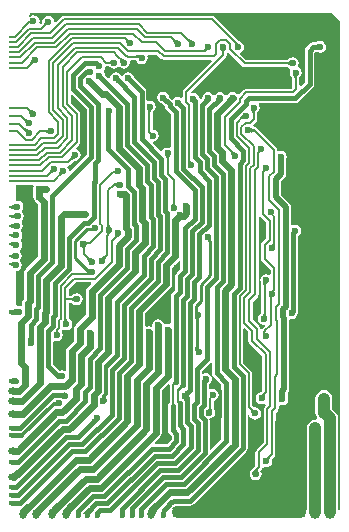
<source format=gbl>
G04*
G04 #@! TF.GenerationSoftware,Altium Limited,Altium Designer,20.2.7 (254)*
G04*
G04 Layer_Physical_Order=2*
G04 Layer_Color=16711680*
%FSLAX25Y25*%
%MOIN*%
G70*
G04*
G04 #@! TF.SameCoordinates,5AC374DB-F55B-4F4B-A56E-E1240E510371*
G04*
G04*
G04 #@! TF.FilePolarity,Positive*
G04*
G01*
G75*
%ADD10C,0.00984*%
%ADD11C,0.00787*%
%ADD60O,0.03937X0.05906*%
%ADD63O,0.03150X0.02362*%
%ADD64C,0.01575*%
%ADD65C,0.01181*%
%ADD66C,0.01968*%
%ADD67C,0.03937*%
%ADD68C,0.02362*%
%ADD71C,0.02362*%
%ADD72O,0.01575X0.00787*%
%ADD73O,0.02362X0.01575*%
%ADD74O,0.02362X0.03150*%
%ADD75O,0.44882X0.04331*%
%ADD76O,0.01575X0.02362*%
%ADD77O,1.00787X0.00787*%
%ADD78O,0.00787X1.60630*%
G04:AMPARAMS|DCode=79|XSize=7.87mil|YSize=47.24mil|CornerRadius=0mil|HoleSize=0mil|Usage=FLASHONLY|Rotation=45.000|XOffset=0mil|YOffset=0mil|HoleType=Round|Shape=Round|*
%AMOVALD79*
21,1,0.03937,0.00787,0.00000,0.00000,135.0*
1,1,0.00787,0.01392,-0.01392*
1,1,0.00787,-0.01392,0.01392*
%
%ADD79OVALD79*%

%ADD80C,0.07874*%
G36*
X13490Y164925D02*
X13373Y164930D01*
X13260Y164926D01*
X13151Y164913D01*
X13046Y164891D01*
X12945Y164861D01*
X12847Y164821D01*
X12754Y164773D01*
X12665Y164716D01*
X12579Y164649D01*
X12498Y164575D01*
X11981Y165172D01*
X12055Y165251D01*
X12122Y165335D01*
X12182Y165424D01*
X12235Y165517D01*
X12280Y165615D01*
X12319Y165717D01*
X12351Y165824D01*
X12375Y165935D01*
X12393Y166051D01*
X12404Y166171D01*
X13490Y164925D01*
D02*
G37*
G36*
X39832Y160397D02*
X39918Y160331D01*
X40007Y160276D01*
X40100Y160231D01*
X40196Y160196D01*
X40295Y160172D01*
X40397Y160157D01*
X40503Y160153D01*
X40612Y160160D01*
X40725Y160176D01*
X39780Y158819D01*
X39757Y158939D01*
X39728Y159055D01*
X39693Y159165D01*
X39654Y159272D01*
X39608Y159373D01*
X39557Y159470D01*
X39501Y159562D01*
X39439Y159649D01*
X39372Y159731D01*
X39299Y159809D01*
X39750Y160473D01*
X39832Y160397D01*
D02*
G37*
G36*
X60685Y160213D02*
X60769Y160146D01*
X60859Y160088D01*
X60952Y160038D01*
X61050Y159995D01*
X61152Y159960D01*
X61258Y159934D01*
X61368Y159915D01*
X61483Y159904D01*
X61602Y159901D01*
X60433Y158732D01*
X60430Y158851D01*
X60420Y158966D01*
X60401Y159077D01*
X60374Y159183D01*
X60340Y159285D01*
X60297Y159383D01*
X60247Y159476D01*
X60188Y159565D01*
X60122Y159650D01*
X60047Y159731D01*
X60604Y160287D01*
X60685Y160213D01*
D02*
G37*
G36*
X55763D02*
X55848Y160146D01*
X55937Y160088D01*
X56031Y160038D01*
X56128Y159995D01*
X56230Y159960D01*
X56337Y159934D01*
X56447Y159915D01*
X56562Y159904D01*
X56681Y159901D01*
X55512Y158732D01*
X55509Y158851D01*
X55498Y158966D01*
X55480Y159077D01*
X55453Y159183D01*
X55418Y159285D01*
X55376Y159383D01*
X55325Y159476D01*
X55267Y159565D01*
X55200Y159650D01*
X55126Y159731D01*
X55683Y160287D01*
X55763Y160213D01*
D02*
G37*
G36*
X76389Y159364D02*
X76468Y159297D01*
X76641Y159172D01*
X76733Y159114D01*
X76933Y159009D01*
X77039Y158961D01*
X77266Y158875D01*
X75778Y158154D01*
X75809Y158257D01*
X75828Y158357D01*
X75835Y158456D01*
X75830Y158552D01*
X75814Y158647D01*
X75785Y158739D01*
X75744Y158829D01*
X75691Y158917D01*
X75626Y159003D01*
X75549Y159087D01*
X76314Y159435D01*
X76389Y159364D01*
D02*
G37*
G36*
X103501Y156824D02*
X102806Y156814D01*
X102529Y158389D01*
X102664Y158389D01*
X103198Y158426D01*
X103242Y158437D01*
X103273Y158450D01*
X103291Y158465D01*
X103501Y156824D01*
D02*
G37*
G36*
X66936Y156574D02*
X66817Y156572D01*
X66703Y156561D01*
X66592Y156542D01*
X66486Y156516D01*
X66384Y156481D01*
X66286Y156438D01*
X66193Y156388D01*
X66104Y156329D01*
X66019Y156263D01*
X65938Y156188D01*
X65381Y156745D01*
X65456Y156826D01*
X65522Y156911D01*
X65581Y157000D01*
X65631Y157093D01*
X65674Y157191D01*
X65708Y157293D01*
X65735Y157399D01*
X65754Y157510D01*
X65764Y157624D01*
X65767Y157744D01*
X66936Y156574D01*
D02*
G37*
G36*
X72614Y156826D02*
X72541Y156737D01*
X72476Y156646D01*
X72419Y156552D01*
X72372Y156455D01*
X72333Y156356D01*
X72302Y156254D01*
X72281Y156150D01*
X72268Y156043D01*
X72263Y155933D01*
X71476D01*
X71472Y156043D01*
X71459Y156150D01*
X71437Y156254D01*
X71407Y156356D01*
X71368Y156455D01*
X71320Y156552D01*
X71264Y156646D01*
X71199Y156737D01*
X71125Y156826D01*
X71043Y156912D01*
X72697D01*
X72614Y156826D01*
D02*
G37*
G36*
X110925Y166004D02*
X110925Y3405D01*
X110266D01*
Y4188D01*
X110260Y4234D01*
Y33861D01*
X110165Y34580D01*
X109888Y35251D01*
X109446Y35826D01*
X108193Y37079D01*
Y40512D01*
X108098Y41231D01*
X107821Y41902D01*
X107379Y42477D01*
X106803Y42919D01*
X106133Y43197D01*
X105413Y43292D01*
X104694Y43197D01*
X104024Y42919D01*
X103448Y42477D01*
X103006Y41902D01*
X102728Y41231D01*
X102634Y40512D01*
Y35591D01*
X102728Y34871D01*
X103006Y34201D01*
X103257Y33874D01*
X102986Y33406D01*
X102658Y33449D01*
X101938Y33354D01*
X101268Y33077D01*
X100692Y32635D01*
X100250Y32059D01*
X99973Y31389D01*
X99878Y30669D01*
Y27461D01*
X99874Y27452D01*
X99779Y26733D01*
Y25551D01*
Y4318D01*
X99762Y4188D01*
Y3405D01*
X55076D01*
X54884Y3867D01*
X55487Y4470D01*
X55936Y4770D01*
X56012Y4846D01*
X60979D01*
X60979Y4846D01*
X61594Y4968D01*
X62115Y5316D01*
X79584Y22785D01*
X79584Y22785D01*
X79932Y23306D01*
X80054Y23921D01*
X80054Y23921D01*
Y32757D01*
X80054Y32757D01*
X80050Y32774D01*
Y35094D01*
X80550Y35143D01*
X80626Y34763D01*
X81061Y34112D01*
X81712Y33677D01*
X82480Y33524D01*
X83248Y33677D01*
X83899Y34112D01*
X84335Y34763D01*
X84487Y35531D01*
X84335Y36300D01*
X83899Y36951D01*
X83248Y37386D01*
X82480Y37539D01*
X82436Y37530D01*
X82387Y37540D01*
X82337Y37555D01*
X82292Y37572D01*
X82251Y37591D01*
X82213Y37612D01*
X82177Y37636D01*
X81618Y38196D01*
Y48919D01*
X81526Y49380D01*
X81265Y49771D01*
X81265Y49771D01*
X78566Y52469D01*
Y63748D01*
X79028Y63939D01*
X80292Y62676D01*
Y59846D01*
X80292Y59846D01*
X80383Y59385D01*
X80645Y58994D01*
X84819Y54819D01*
Y43040D01*
X84598Y42819D01*
X84415Y42664D01*
X84235Y42532D01*
X84168Y42488D01*
X84047Y42420D01*
X83976Y42406D01*
X83325Y41970D01*
X82890Y41319D01*
X82737Y40551D01*
X82890Y39783D01*
X83325Y39132D01*
X83976Y38697D01*
X84744Y38544D01*
X85512Y38697D01*
X85615Y38766D01*
X86148Y38521D01*
X86182Y38242D01*
X85763Y37823D01*
X85502Y37432D01*
X85410Y36971D01*
X85410Y36971D01*
Y25915D01*
X83007Y23512D01*
X82746Y23121D01*
X82654Y22660D01*
X82654Y22660D01*
Y18191D01*
X81038Y16575D01*
X80777Y16184D01*
X80686Y15723D01*
X80686Y15723D01*
Y15432D01*
X80670Y15354D01*
X80823Y14586D01*
X81258Y13935D01*
X81909Y13500D01*
X82677Y13347D01*
X83445Y13500D01*
X84096Y13935D01*
X84532Y14586D01*
X84684Y15354D01*
X84532Y16122D01*
X84315Y16446D01*
X84710Y16840D01*
X84971Y17231D01*
X85010Y17427D01*
X85413Y17705D01*
X85562Y17710D01*
X86221Y17580D01*
X86989Y17732D01*
X87640Y18167D01*
X88075Y18819D01*
X88228Y19587D01*
X88144Y20005D01*
X88143Y20076D01*
X88127Y20146D01*
X88124Y20170D01*
X88124Y20185D01*
X88124Y20194D01*
X88125Y20200D01*
X88128Y20207D01*
X88133Y20217D01*
X88140Y20229D01*
X89040Y21130D01*
X89302Y21520D01*
X89393Y21981D01*
X89393Y21981D01*
Y35820D01*
X90025Y36452D01*
X90286Y36842D01*
X90377Y37303D01*
X90377Y37303D01*
Y38167D01*
X90691Y38334D01*
X90877Y38390D01*
X91585Y38249D01*
X92353Y38402D01*
X93004Y38837D01*
X93439Y39488D01*
X93592Y40256D01*
X93439Y41024D01*
X93353Y41152D01*
Y42374D01*
X93403Y42423D01*
X93795Y43009D01*
X93932Y43701D01*
Y66609D01*
X94432Y67019D01*
X94705Y66965D01*
X95474Y67117D01*
X96125Y67552D01*
X96560Y68204D01*
X96713Y68972D01*
X96697Y69048D01*
X96759Y69140D01*
X96881Y69755D01*
X96881Y69755D01*
Y94767D01*
X97285Y95038D01*
X97720Y95689D01*
X97873Y96457D01*
X97720Y97225D01*
X97285Y97876D01*
X96634Y98311D01*
X95866Y98464D01*
X95098Y98311D01*
X94964Y98221D01*
X94523Y98457D01*
Y104289D01*
X94385Y104980D01*
X93994Y105566D01*
X91176Y108383D01*
Y112900D01*
X92419Y114142D01*
X92811Y114728D01*
X92948Y115419D01*
Y120322D01*
X92996Y120393D01*
X93149Y121161D01*
X92996Y121930D01*
X92561Y122581D01*
X91910Y123016D01*
X91142Y123169D01*
X90385Y123018D01*
X90295Y123002D01*
X89885Y123289D01*
Y123524D01*
X89885Y123524D01*
X89794Y123985D01*
X89533Y124375D01*
X89533Y124375D01*
X83129Y130779D01*
X82738Y131040D01*
X82277Y131132D01*
X82029Y131299D01*
X81985Y131857D01*
X82882Y132754D01*
X83143Y133145D01*
X83235Y133606D01*
X83235Y133606D01*
Y135772D01*
X83242Y135809D01*
X83253Y135845D01*
X83267Y135881D01*
X83286Y135918D01*
X83309Y135957D01*
X83339Y135999D01*
X83365Y136031D01*
X83450Y136088D01*
X83885Y136739D01*
X84038Y137507D01*
X83885Y138275D01*
X83705Y138544D01*
X83972Y139044D01*
X95964D01*
X95965Y139044D01*
X96579Y139166D01*
X97100Y139514D01*
X101824Y144239D01*
X101824Y144239D01*
X102172Y144760D01*
X102295Y145374D01*
Y155831D01*
X102459Y155996D01*
X103318D01*
X103465Y155898D01*
X104233Y155745D01*
X105001Y155898D01*
X105652Y156333D01*
X106087Y156984D01*
X106240Y157752D01*
X106087Y158520D01*
X105652Y159171D01*
X105001Y159606D01*
X104233Y159759D01*
X103465Y159606D01*
X102869Y159208D01*
X102852Y159207D01*
X101794D01*
X101794Y159207D01*
X101180Y159085D01*
X100659Y158737D01*
X100659Y158737D01*
X99554Y157631D01*
X99206Y157111D01*
X99083Y156496D01*
X99083Y156496D01*
Y146039D01*
X97729Y144685D01*
X97267Y144876D01*
Y147380D01*
X97275Y147416D01*
X97286Y147453D01*
X97300Y147489D01*
X97318Y147526D01*
X97342Y147565D01*
X97371Y147606D01*
X97398Y147638D01*
X97482Y147695D01*
X97917Y148346D01*
X98070Y149114D01*
X97917Y149882D01*
X97482Y150533D01*
X96831Y150969D01*
X96735Y151200D01*
X96938Y151503D01*
X97090Y152271D01*
X96938Y153039D01*
X96503Y153690D01*
X95851Y154125D01*
X95083Y154278D01*
X94315Y154125D01*
X93664Y153690D01*
X93608Y153606D01*
X93575Y153579D01*
X93534Y153550D01*
X93495Y153526D01*
X93458Y153508D01*
X93422Y153494D01*
X93386Y153483D01*
X93349Y153475D01*
X79532D01*
X77591Y155417D01*
X77751Y155964D01*
X78309Y156336D01*
X78744Y156987D01*
X78897Y157755D01*
X78744Y158523D01*
X78309Y159175D01*
X77658Y159610D01*
X77521Y159637D01*
X77346Y159703D01*
X77285Y159730D01*
X77133Y159811D01*
X77089Y159838D01*
X76974Y159922D01*
X69136Y167760D01*
X68745Y168021D01*
X68284Y168113D01*
X68284Y168113D01*
X18730D01*
X18729Y168113D01*
X18269Y168021D01*
X17878Y167760D01*
X17878Y167760D01*
X16070Y165952D01*
X15793Y166039D01*
X15577Y166166D01*
X15437Y166870D01*
X15002Y167522D01*
X14351Y167957D01*
X13583Y168110D01*
X12815Y167957D01*
X12163Y167522D01*
X11728Y166870D01*
X11576Y166102D01*
X11582Y166068D01*
X11573Y166025D01*
X11558Y165974D01*
X11540Y165928D01*
X11521Y165886D01*
X11499Y165847D01*
X11474Y165811D01*
X11008Y165345D01*
X10547Y165591D01*
X10668Y166201D01*
X10516Y166969D01*
X10081Y167620D01*
X9430Y168055D01*
X8662Y168208D01*
X7893Y168055D01*
X7450Y167759D01*
X7130Y168147D01*
X7975Y168996D01*
X107933D01*
X110925Y166004D01*
D02*
G37*
G36*
X43581Y153576D02*
X43539Y153671D01*
X43489Y153755D01*
X43431Y153830D01*
X43365Y153895D01*
X43290Y153950D01*
X43208Y153995D01*
X43118Y154030D01*
X43019Y154055D01*
X42913Y154070D01*
X42798Y154075D01*
X42894Y154862D01*
X43049Y154865D01*
X43487Y154899D01*
X43624Y154919D01*
X43884Y154974D01*
X44007Y155008D01*
X44239Y155090D01*
X43581Y153576D01*
D02*
G37*
G36*
X37939Y153953D02*
X38023Y153886D01*
X38112Y153826D01*
X38205Y153773D01*
X38302Y153727D01*
X38405Y153688D01*
X38511Y153656D01*
X38623Y153630D01*
X38739Y153611D01*
X38859Y153600D01*
X37603Y152524D01*
X37609Y152641D01*
X37606Y152754D01*
X37594Y152863D01*
X37573Y152968D01*
X37543Y153069D01*
X37503Y153166D01*
X37455Y153260D01*
X37398Y153349D01*
X37332Y153434D01*
X37257Y153516D01*
X37860Y154027D01*
X37939Y153953D01*
D02*
G37*
G36*
X51154Y153834D02*
X51154Y153833D01*
X51544Y153572D01*
X52005Y153481D01*
X52005Y153481D01*
X67995D01*
X68186Y153019D01*
X58745Y143578D01*
X58484Y143187D01*
X58392Y142726D01*
X58392Y142726D01*
Y141099D01*
X57892Y140832D01*
X57658Y140988D01*
X56890Y141141D01*
X56122Y140988D01*
X55471Y140553D01*
X55259Y140236D01*
X54761Y140187D01*
X53812Y141136D01*
X53724Y141575D01*
X53289Y142226D01*
X52638Y142661D01*
X51870Y142814D01*
X51102Y142661D01*
X50451Y142226D01*
X50016Y141575D01*
X49863Y140807D01*
X50016Y140039D01*
X50451Y139388D01*
X51102Y138953D01*
X51523Y138869D01*
X51667Y138740D01*
X52557Y137850D01*
X52650Y137378D01*
X52999Y136857D01*
X54497Y135359D01*
Y124399D01*
X53997Y124122D01*
X53347Y124251D01*
X52578Y124098D01*
X51927Y123663D01*
X51530Y123069D01*
X51257Y122941D01*
X51023Y122870D01*
X48219Y125674D01*
X48379Y126038D01*
X48452Y126148D01*
X49193Y126295D01*
X49844Y126730D01*
X50279Y127382D01*
X50432Y128150D01*
X50279Y128918D01*
X49844Y129569D01*
X49193Y130004D01*
X48495Y130143D01*
Y136041D01*
X48500Y136067D01*
X48508Y136090D01*
X48518Y136112D01*
X48530Y136133D01*
X48547Y136156D01*
X48569Y136182D01*
X48599Y136212D01*
X48662Y136264D01*
X48683Y136289D01*
X48860Y136407D01*
X49295Y137058D01*
X49448Y137826D01*
X49295Y138594D01*
X48860Y139246D01*
X48209Y139681D01*
X47441Y139833D01*
X46791Y139704D01*
X46291Y139981D01*
Y142776D01*
X46291Y142776D01*
X46169Y143390D01*
X45820Y143911D01*
X45820Y143911D01*
X42075Y147657D01*
X42012Y147973D01*
X41577Y148624D01*
X40926Y149059D01*
X40157Y149212D01*
X39389Y149059D01*
X38738Y148624D01*
X38430Y148162D01*
X38315Y148135D01*
X37871Y148168D01*
X37517Y148698D01*
X36866Y149133D01*
X36097Y149286D01*
X35329Y149133D01*
X34678Y148698D01*
X34243Y148047D01*
X34123Y147443D01*
X33629Y147230D01*
X32451Y148408D01*
X32366Y148834D01*
X32081Y149261D01*
X32047Y149840D01*
X32482Y150491D01*
X32539Y150776D01*
X32787Y151236D01*
X33101Y151236D01*
X33815D01*
X33851Y151228D01*
X33888Y151217D01*
X33924Y151203D01*
X33961Y151185D01*
X34000Y151162D01*
X34041Y151132D01*
X34073Y151105D01*
X34130Y151021D01*
X34781Y150586D01*
X35549Y150433D01*
X36317Y150586D01*
X36815Y150918D01*
X37187Y150976D01*
X37496Y150911D01*
X38012Y150567D01*
X38780Y150414D01*
X39548Y150567D01*
X40199Y151002D01*
X40634Y151653D01*
X40787Y152421D01*
X40718Y152764D01*
X41129Y153264D01*
X42824D01*
X42831Y153228D01*
X43266Y152577D01*
X43917Y152142D01*
X44685Y151989D01*
X45453Y152142D01*
X46104Y152577D01*
X46539Y153228D01*
X46692Y153996D01*
X46558Y154673D01*
X46822Y155173D01*
X49814D01*
X51154Y153834D01*
D02*
G37*
G36*
X9142Y152323D02*
X9023Y152320D01*
X8908Y152309D01*
X8797Y152291D01*
X8691Y152264D01*
X8589Y152229D01*
X8491Y152187D01*
X8398Y152136D01*
X8309Y152078D01*
X8224Y152012D01*
X8143Y151937D01*
X7587Y152494D01*
X7661Y152574D01*
X7728Y152659D01*
X7786Y152748D01*
X7836Y152842D01*
X7879Y152939D01*
X7914Y153041D01*
X7940Y153148D01*
X7959Y153258D01*
X7970Y153373D01*
X7972Y153492D01*
X9142Y152323D01*
D02*
G37*
G36*
X34706Y151613D02*
X34619Y151696D01*
X34531Y151769D01*
X34439Y151834D01*
X34345Y151891D01*
X34249Y151938D01*
X34150Y151977D01*
X34048Y152007D01*
X33943Y152029D01*
X33836Y152042D01*
X33727Y152047D01*
Y152834D01*
X33836Y152838D01*
X33943Y152851D01*
X34048Y152873D01*
X34150Y152903D01*
X34249Y152942D01*
X34345Y152990D01*
X34439Y153046D01*
X34531Y153111D01*
X34619Y153185D01*
X34706Y153267D01*
Y151613D01*
D02*
G37*
G36*
X94240Y151444D02*
X94154Y151527D01*
X94065Y151600D01*
X93973Y151665D01*
X93879Y151722D01*
X93783Y151769D01*
X93684Y151808D01*
X93582Y151839D01*
X93478Y151860D01*
X93371Y151873D01*
X93261Y151877D01*
Y152665D01*
X93371Y152669D01*
X93478Y152682D01*
X93582Y152704D01*
X93684Y152734D01*
X93783Y152773D01*
X93879Y152821D01*
X93973Y152877D01*
X94065Y152942D01*
X94154Y153016D01*
X94240Y153098D01*
Y151444D01*
D02*
G37*
G36*
X96807Y148185D02*
X96734Y148096D01*
X96669Y148004D01*
X96613Y147910D01*
X96565Y147814D01*
X96526Y147715D01*
X96496Y147613D01*
X96474Y147509D01*
X96461Y147401D01*
X96457Y147292D01*
X95669D01*
X95665Y147401D01*
X95652Y147509D01*
X95630Y147613D01*
X95600Y147715D01*
X95561Y147814D01*
X95513Y147910D01*
X95457Y148004D01*
X95392Y148096D01*
X95319Y148185D01*
X95236Y148271D01*
X96890D01*
X96807Y148185D01*
D02*
G37*
G36*
X31698Y148046D02*
X31713Y148022D01*
X31738Y147989D01*
X31818Y147897D01*
X32193Y147509D01*
X31089Y146386D01*
X30993Y146481D01*
X30547Y146880D01*
X30531Y146885D01*
X31693Y148061D01*
X31698Y148046D01*
D02*
G37*
G36*
X37283Y147251D02*
X37298Y147227D01*
X37323Y147194D01*
X37403Y147100D01*
X37683Y146807D01*
X37778Y146712D01*
X36664Y145598D01*
X36109Y146098D01*
X37279Y147267D01*
X37283Y147251D01*
D02*
G37*
G36*
X41342Y147252D02*
X41358Y147233D01*
X41383Y147204D01*
X41744Y146830D01*
X41839Y146735D01*
X40814Y145533D01*
X40719Y145628D01*
X40286Y146008D01*
X40258Y146022D01*
X40239Y146027D01*
X41337Y147263D01*
X41342Y147252D01*
D02*
G37*
G36*
X73580Y156013D02*
X73602Y156000D01*
X78182Y151420D01*
X78572Y151159D01*
X79033Y151067D01*
X93349D01*
X93386Y151059D01*
X93422Y151049D01*
X93458Y151034D01*
X93495Y151016D01*
X93534Y150993D01*
X93575Y150963D01*
X93608Y150937D01*
X93664Y150852D01*
X94315Y150417D01*
X94411Y150185D01*
X94209Y149882D01*
X94056Y149114D01*
X94209Y148346D01*
X94644Y147695D01*
X94728Y147638D01*
X94755Y147606D01*
X94784Y147565D01*
X94808Y147526D01*
X94826Y147489D01*
X94840Y147453D01*
X94851Y147416D01*
X94859Y147380D01*
Y144031D01*
X94650Y143822D01*
X79626D01*
X79626Y143822D01*
X79165Y143731D01*
X78774Y143470D01*
X78774Y143470D01*
X77163Y141858D01*
X76665Y141907D01*
X76518Y142128D01*
X75867Y142563D01*
X75098Y142716D01*
X74330Y142563D01*
X73679Y142128D01*
X73115Y141563D01*
X73009Y141545D01*
X72518Y141637D01*
X72512Y141642D01*
X72187Y142128D01*
X71536Y142563D01*
X70768Y142716D01*
X70000Y142563D01*
X69349Y142128D01*
X69120Y141785D01*
X68518D01*
X68289Y142128D01*
X67638Y142563D01*
X66870Y142716D01*
X66102Y142563D01*
X65451Y142128D01*
X65016Y141477D01*
X64876Y140774D01*
X64865Y140761D01*
X64442Y140338D01*
X64392Y140341D01*
X63932Y140535D01*
X63813Y141132D01*
X63378Y141783D01*
X62727Y142218D01*
X61959Y142371D01*
X61575Y142295D01*
X61329Y142756D01*
X72721Y154148D01*
X72721Y154148D01*
X72982Y154539D01*
X73074Y155000D01*
Y155820D01*
X73553Y156025D01*
X73580Y156013D01*
D02*
G37*
G36*
X53056Y140780D02*
X53071Y140755D01*
X53096Y140722D01*
X53176Y140629D01*
X53456Y140336D01*
X53550Y140240D01*
X52437Y139127D01*
X51882Y139626D01*
X53051Y140795D01*
X53056Y140780D01*
D02*
G37*
G36*
X67009Y139536D02*
X66525Y139037D01*
X65215Y139954D01*
X65310Y140050D01*
X65662Y140454D01*
X65685Y140493D01*
X65698Y140524D01*
X65700Y140546D01*
X67009Y139536D01*
D02*
G37*
G36*
X70907Y139536D02*
X70423Y139037D01*
X69113Y139954D01*
X69208Y140050D01*
X69560Y140454D01*
X69583Y140493D01*
X69595Y140524D01*
X69598Y140546D01*
X70907Y139536D01*
D02*
G37*
G36*
X58062Y138949D02*
X58075Y138918D01*
X58098Y138879D01*
X58131Y138832D01*
X58174Y138777D01*
X58366Y138563D01*
X58544Y138380D01*
X57235Y137462D01*
X56751Y137961D01*
X58060Y138971D01*
X58062Y138949D01*
D02*
G37*
G36*
X48153Y136884D02*
X48064Y136811D01*
X47984Y136734D01*
X47914Y136652D01*
X47853Y136566D01*
X47801Y136476D01*
X47759Y136382D01*
X47726Y136283D01*
X47703Y136180D01*
X47689Y136073D01*
X47684Y135962D01*
X46897Y136070D01*
X46893Y136177D01*
X46881Y136283D01*
X46862Y136389D01*
X46835Y136493D01*
X46801Y136596D01*
X46759Y136698D01*
X46709Y136799D01*
X46651Y136899D01*
X46586Y136997D01*
X46513Y137095D01*
X48153Y136884D01*
D02*
G37*
G36*
X82775Y136577D02*
X82701Y136488D01*
X82637Y136397D01*
X82580Y136303D01*
X82533Y136206D01*
X82494Y136107D01*
X82463Y136005D01*
X82442Y135901D01*
X82429Y135794D01*
X82424Y135685D01*
X81637D01*
X81633Y135794D01*
X81620Y135901D01*
X81598Y136005D01*
X81568Y136107D01*
X81529Y136206D01*
X81481Y136303D01*
X81425Y136397D01*
X81360Y136488D01*
X81286Y136577D01*
X81204Y136663D01*
X82857D01*
X82775Y136577D01*
D02*
G37*
G36*
X7496Y136886D02*
X7581Y136820D01*
X7670Y136761D01*
X7763Y136711D01*
X7861Y136668D01*
X7963Y136634D01*
X8069Y136607D01*
X8179Y136588D01*
X8294Y136577D01*
X8414Y136575D01*
X7244Y135406D01*
X7242Y135525D01*
X7231Y135640D01*
X7212Y135750D01*
X7185Y135856D01*
X7151Y135958D01*
X7108Y136056D01*
X7058Y136149D01*
X6999Y136239D01*
X6933Y136323D01*
X6858Y136404D01*
X7415Y136961D01*
X7496Y136886D01*
D02*
G37*
G36*
X34448Y135355D02*
X34429Y135337D01*
X34413Y135306D01*
X34398Y135263D01*
X34385Y135206D01*
X34375Y135137D01*
X34359Y134959D01*
X34351Y134730D01*
X34350Y134596D01*
X32776Y135197D01*
X32847Y135768D01*
X34448Y135355D01*
D02*
G37*
G36*
X78855Y133761D02*
X78786Y133813D01*
X78714Y133851D01*
X78640Y133874D01*
X78565Y133882D01*
X78488Y133875D01*
X78408Y133854D01*
X78328Y133818D01*
X78245Y133767D01*
X78160Y133702D01*
X78073Y133621D01*
X77673Y134335D01*
X78644Y135302D01*
X78855Y133761D01*
D02*
G37*
G36*
X6157Y133755D02*
X6242Y133688D01*
X6331Y133630D01*
X6424Y133579D01*
X6522Y133537D01*
X6624Y133502D01*
X6730Y133475D01*
X6841Y133457D01*
X6956Y133446D01*
X7075Y133443D01*
X5906Y132274D01*
X5903Y132393D01*
X5892Y132508D01*
X5873Y132618D01*
X5847Y132725D01*
X5812Y132827D01*
X5770Y132924D01*
X5719Y133018D01*
X5661Y133107D01*
X5594Y133192D01*
X5520Y133272D01*
X6076Y133829D01*
X6157Y133755D01*
D02*
G37*
G36*
X81249Y130672D02*
X81337Y130598D01*
X81429Y130534D01*
X81523Y130477D01*
X81619Y130430D01*
X81718Y130391D01*
X81820Y130360D01*
X81925Y130339D01*
X82032Y130326D01*
X82141Y130321D01*
Y129534D01*
X82032Y129530D01*
X81925Y129517D01*
X81820Y129495D01*
X81718Y129465D01*
X81619Y129426D01*
X81523Y129378D01*
X81429Y129322D01*
X81337Y129257D01*
X81249Y129183D01*
X81162Y129101D01*
Y130754D01*
X81249Y130672D01*
D02*
G37*
G36*
X6035Y130536D02*
X6121Y130470D01*
X6210Y130414D01*
X6303Y130367D01*
X6400Y130329D01*
X6501Y130301D01*
X6605Y130283D01*
X6713Y130274D01*
X6825Y130274D01*
X6940Y130284D01*
X5912Y128989D01*
X5896Y129110D01*
X5873Y129226D01*
X5845Y129337D01*
X5809Y129444D01*
X5768Y129546D01*
X5720Y129643D01*
X5666Y129736D01*
X5605Y129824D01*
X5538Y129908D01*
X5465Y129986D01*
X5954Y130611D01*
X6035Y130536D01*
D02*
G37*
G36*
X13642Y128778D02*
X13555Y128860D01*
X13467Y128934D01*
X13375Y128998D01*
X13281Y129055D01*
X13185Y129102D01*
X13085Y129141D01*
X12984Y129172D01*
X12879Y129193D01*
X12772Y129206D01*
X12663Y129211D01*
Y129998D01*
X12772Y130002D01*
X12879Y130015D01*
X12984Y130037D01*
X13085Y130067D01*
X13185Y130106D01*
X13281Y130154D01*
X13375Y130210D01*
X13467Y130275D01*
X13555Y130349D01*
X13642Y130431D01*
Y128778D01*
D02*
G37*
G36*
X47635Y129498D02*
X47805Y129349D01*
X47853Y129315D01*
X47895Y129288D01*
X47932Y129269D01*
X47965Y129258D01*
X47993Y129254D01*
X48017Y129258D01*
X47317Y128558D01*
X47321Y128582D01*
X47317Y128610D01*
X47306Y128642D01*
X47287Y128680D01*
X47260Y128722D01*
X47226Y128770D01*
X47134Y128878D01*
X47012Y129006D01*
X47569Y129563D01*
X47635Y129498D01*
D02*
G37*
G36*
X75121Y122943D02*
X75202Y122876D01*
X75289Y122813D01*
X75380Y122756D01*
X75476Y122703D01*
X75577Y122656D01*
X75683Y122613D01*
X75793Y122575D01*
X76028Y122515D01*
X74636Y121622D01*
X74656Y121732D01*
X74666Y121839D01*
X74665Y121944D01*
X74653Y122045D01*
X74630Y122143D01*
X74597Y122238D01*
X74553Y122330D01*
X74498Y122419D01*
X74433Y122505D01*
X74357Y122588D01*
X75043Y123015D01*
X75121Y122943D01*
D02*
G37*
G36*
X54164Y121378D02*
X54096Y121283D01*
X54036Y121186D01*
X53983Y121087D01*
X53939Y120987D01*
X53903Y120885D01*
X53875Y120781D01*
X53855Y120676D01*
X53843Y120570D01*
X53839Y120462D01*
X53051Y120392D01*
X53047Y120502D01*
X53033Y120610D01*
X53010Y120713D01*
X52978Y120813D01*
X52937Y120909D01*
X52886Y121001D01*
X52827Y121090D01*
X52758Y121175D01*
X52680Y121257D01*
X52593Y121335D01*
X54241Y121472D01*
X54164Y121378D01*
D02*
G37*
G36*
X22540Y120548D02*
X22419Y120525D01*
X22304Y120496D01*
X22193Y120461D01*
X22087Y120421D01*
X21985Y120376D01*
X21889Y120325D01*
X21797Y120269D01*
X21709Y120207D01*
X21627Y120140D01*
X21549Y120067D01*
X20886Y120517D01*
X20962Y120600D01*
X21027Y120686D01*
X21082Y120775D01*
X21127Y120868D01*
X21162Y120964D01*
X21187Y121063D01*
X21201Y121165D01*
X21205Y121271D01*
X21199Y121380D01*
X21182Y121492D01*
X22540Y120548D01*
D02*
G37*
G36*
X26347Y137150D02*
Y121694D01*
X20993Y116340D01*
X20451Y116505D01*
X20358Y116969D01*
X19923Y117620D01*
X19857Y117664D01*
X20009Y118164D01*
X20293D01*
X20293Y118164D01*
X20754Y118256D01*
X21145Y118517D01*
X22197Y119568D01*
X22239Y119598D01*
X22285Y119627D01*
X22336Y119653D01*
X22392Y119678D01*
X22453Y119701D01*
X22521Y119722D01*
X22594Y119741D01*
X22694Y119760D01*
X22766Y119790D01*
X23111Y119858D01*
X23762Y120293D01*
X24197Y120945D01*
X24350Y121713D01*
X24197Y122481D01*
X23762Y123132D01*
X23111Y123567D01*
X23038Y123581D01*
X22893Y124060D01*
X23998Y125165D01*
X23998Y125165D01*
X24259Y125556D01*
X24351Y126017D01*
X24351Y126017D01*
Y135383D01*
X24351Y135383D01*
X24259Y135844D01*
X23998Y136234D01*
X23998Y136234D01*
X21185Y139048D01*
Y141659D01*
X21646Y141850D01*
X26347Y137150D01*
D02*
G37*
G36*
X15441Y115807D02*
X15322Y115804D01*
X15207Y115794D01*
X15096Y115775D01*
X14990Y115748D01*
X14888Y115714D01*
X14791Y115671D01*
X14697Y115621D01*
X14608Y115562D01*
X14523Y115496D01*
X14443Y115421D01*
X13886Y115978D01*
X13960Y116059D01*
X14027Y116144D01*
X14085Y116233D01*
X14136Y116326D01*
X14178Y116424D01*
X14213Y116526D01*
X14240Y116632D01*
X14258Y116742D01*
X14269Y116857D01*
X14272Y116976D01*
X15441Y115807D01*
D02*
G37*
G36*
X18492Y115020D02*
X18373Y115017D01*
X18258Y115006D01*
X18148Y114988D01*
X18041Y114961D01*
X17939Y114926D01*
X17842Y114884D01*
X17748Y114833D01*
X17659Y114775D01*
X17574Y114708D01*
X17494Y114634D01*
X16937Y115191D01*
X17011Y115271D01*
X17078Y115356D01*
X17136Y115445D01*
X17187Y115539D01*
X17230Y115636D01*
X17264Y115738D01*
X17291Y115845D01*
X17309Y115955D01*
X17320Y116070D01*
X17323Y116189D01*
X18492Y115020D01*
D02*
G37*
G36*
X36558Y111022D02*
X36472Y111104D01*
X36383Y111178D01*
X36292Y111242D01*
X36198Y111299D01*
X36101Y111346D01*
X36002Y111385D01*
X35900Y111416D01*
X35796Y111437D01*
X35689Y111450D01*
X35579Y111455D01*
Y112242D01*
X35689Y112247D01*
X35796Y112259D01*
X35900Y112281D01*
X36002Y112311D01*
X36101Y112350D01*
X36198Y112398D01*
X36292Y112454D01*
X36383Y112519D01*
X36472Y112593D01*
X36558Y112675D01*
Y111022D01*
D02*
G37*
G36*
X55811Y105714D02*
X55824Y105607D01*
X55846Y105503D01*
X55876Y105401D01*
X55915Y105302D01*
X55963Y105206D01*
X56019Y105112D01*
X56084Y105020D01*
X56158Y104931D01*
X56240Y104845D01*
X54587D01*
X54669Y104931D01*
X54742Y105020D01*
X54808Y105112D01*
X54864Y105206D01*
X54911Y105302D01*
X54950Y105401D01*
X54981Y105503D01*
X55002Y105607D01*
X55015Y105714D01*
X55020Y105824D01*
X55807D01*
X55811Y105714D01*
D02*
G37*
G36*
X2476Y103594D02*
X2403Y103652D01*
X2325Y103703D01*
X2242Y103749D01*
X2154Y103788D01*
X2060Y103822D01*
X1962Y103849D01*
X1858Y103870D01*
X1750Y103885D01*
X1636Y103895D01*
X1517Y103898D01*
X1426Y104882D01*
X1546Y104885D01*
X1659Y104896D01*
X1766Y104914D01*
X1867Y104939D01*
X1961Y104972D01*
X2049Y105011D01*
X2131Y105058D01*
X2207Y105112D01*
X2276Y105173D01*
X2339Y105242D01*
X2476Y103594D01*
D02*
G37*
G36*
X2617Y100430D02*
X2549Y100493D01*
X2475Y100550D01*
X2395Y100601D01*
X2310Y100644D01*
X2219Y100681D01*
X2122Y100711D01*
X2020Y100734D01*
X1912Y100751D01*
X1798Y100761D01*
X1679Y100765D01*
Y101749D01*
X1798Y101752D01*
X1912Y101762D01*
X2020Y101779D01*
X2122Y101802D01*
X2219Y101832D01*
X2310Y101869D01*
X2395Y101913D01*
X2475Y101963D01*
X2549Y102020D01*
X2617Y102083D01*
Y100430D01*
D02*
G37*
G36*
X33962Y98628D02*
X33976Y98521D01*
X34001Y98420D01*
X34035Y98325D01*
X34080Y98236D01*
X34134Y98153D01*
X34198Y98075D01*
X34271Y98004D01*
X34355Y97939D01*
X34448Y97879D01*
X32848Y97464D01*
X32909Y97571D01*
X33012Y97784D01*
X33053Y97890D01*
X33089Y97996D01*
X33118Y98101D01*
X33140Y98207D01*
X33156Y98312D01*
X33166Y98417D01*
X33169Y98522D01*
X33957Y98741D01*
X33962Y98628D01*
D02*
G37*
G36*
X2224Y97280D02*
X2155Y97344D01*
X2081Y97400D01*
X2001Y97451D01*
X1916Y97494D01*
X1825Y97531D01*
X1728Y97561D01*
X1626Y97585D01*
X1518Y97601D01*
X1404Y97611D01*
X1285Y97615D01*
Y98599D01*
X1404Y98602D01*
X1518Y98612D01*
X1626Y98629D01*
X1728Y98652D01*
X1825Y98683D01*
X1916Y98719D01*
X2001Y98763D01*
X2081Y98813D01*
X2155Y98870D01*
X2224Y98934D01*
Y97280D01*
D02*
G37*
G36*
X33854Y94915D02*
X33042Y95216D01*
X33126Y95305D01*
X33195Y95389D01*
X33249Y95468D01*
X33288Y95541D01*
X33311Y95610D01*
X33320Y95673D01*
X33313Y95731D01*
X33291Y95784D01*
X33254Y95832D01*
X33202Y95874D01*
X34664Y95990D01*
X33854Y94915D01*
D02*
G37*
G36*
X96160Y95313D02*
X96142Y95301D01*
X96125Y95276D01*
X96111Y95237D01*
X96098Y95184D01*
X96087Y95118D01*
X96072Y94945D01*
X96064Y94718D01*
X96063Y94583D01*
X94488Y94725D01*
X94744Y96089D01*
X96160Y95313D01*
D02*
G37*
G36*
X2125Y94130D02*
X2057Y94194D01*
X1983Y94251D01*
X1903Y94301D01*
X1818Y94345D01*
X1727Y94381D01*
X1630Y94411D01*
X1527Y94435D01*
X1419Y94451D01*
X1306Y94462D01*
X1186Y94465D01*
Y95449D01*
X1306Y95452D01*
X1419Y95463D01*
X1527Y95479D01*
X1630Y95503D01*
X1727Y95533D01*
X1818Y95570D01*
X1903Y95613D01*
X1983Y95663D01*
X2057Y95720D01*
X2125Y95784D01*
Y94130D01*
D02*
G37*
G36*
X37310Y94656D02*
X37195Y94613D01*
X36980Y94517D01*
X36879Y94464D01*
X36690Y94350D01*
X36603Y94289D01*
X36441Y94157D01*
X36367Y94086D01*
X35586Y94419D01*
X35663Y94503D01*
X35728Y94589D01*
X35780Y94677D01*
X35821Y94767D01*
X35849Y94859D01*
X35865Y94952D01*
X35869Y95048D01*
X35860Y95145D01*
X35839Y95244D01*
X35807Y95345D01*
X37310Y94656D01*
D02*
G37*
G36*
X1842Y91293D02*
X1808Y91369D01*
X1764Y91437D01*
X1712Y91497D01*
X1649Y91549D01*
X1576Y91593D01*
X1494Y91629D01*
X1402Y91657D01*
X1301Y91677D01*
X1190Y91689D01*
X1069Y91693D01*
X1170Y92677D01*
X1374Y92678D01*
X2276Y92733D01*
X2373Y92751D01*
X2454Y92770D01*
X2520Y92792D01*
X1842Y91293D01*
D02*
G37*
G36*
X89255Y91948D02*
X89184Y91870D01*
X89126Y91791D01*
X89080Y91710D01*
X89047Y91629D01*
X89028Y91546D01*
X89021Y91463D01*
X89026Y91378D01*
X89045Y91292D01*
X89077Y91205D01*
X89121Y91117D01*
X87572Y91590D01*
X87658Y91636D01*
X87749Y91691D01*
X87944Y91827D01*
X88049Y91908D01*
X88390Y92205D01*
X88640Y92447D01*
X89255Y91948D01*
D02*
G37*
G36*
X25712Y93080D02*
X25925Y92978D01*
X26032Y92936D01*
X26138Y92901D01*
X26243Y92872D01*
X26349Y92850D01*
X26454Y92834D01*
X26559Y92824D01*
X26664Y92821D01*
X26886Y92034D01*
X26773Y92029D01*
X26666Y92014D01*
X26565Y91989D01*
X26470Y91955D01*
X26381Y91911D01*
X26298Y91856D01*
X26221Y91793D01*
X26150Y91719D01*
X26085Y91635D01*
X26078Y91623D01*
X26028Y91440D01*
X26006Y91340D01*
X25960Y91031D01*
X25952Y90925D01*
X25945Y90709D01*
X25158Y90247D01*
X25153Y90362D01*
X25138Y90469D01*
X25113Y90566D01*
X25079Y90654D01*
X25034Y90733D01*
X24980Y90804D01*
X24915Y90865D01*
X24841Y90917D01*
X24757Y90960D01*
X24663Y90994D01*
X25993Y91670D01*
X25605Y93141D01*
X25712Y93080D01*
D02*
G37*
G36*
X1753Y87427D02*
X1736Y87444D01*
X1708Y87460D01*
X1668Y87474D01*
X1616Y87486D01*
X1553Y87496D01*
X1394Y87511D01*
X1189Y87519D01*
X1069Y87520D01*
Y88504D01*
X1182Y88505D01*
X1525Y88530D01*
X1584Y88541D01*
X1633Y88555D01*
X1671Y88570D01*
X1698Y88588D01*
X1714Y88608D01*
X1753Y87427D01*
D02*
G37*
G36*
X32912Y87631D02*
X32837Y87549D01*
X32771Y87463D01*
X32714Y87374D01*
X32666Y87281D01*
X32628Y87184D01*
X32599Y87083D01*
X32579Y86978D01*
X32568Y86870D01*
X32566Y86757D01*
X32574Y86641D01*
X31302Y87697D01*
X31422Y87711D01*
X31538Y87731D01*
X31649Y87758D01*
X31756Y87791D01*
X31858Y87831D01*
X31956Y87878D01*
X32049Y87932D01*
X32137Y87992D01*
X32221Y88059D01*
X32300Y88132D01*
X32912Y87631D01*
D02*
G37*
G36*
X27122Y87589D02*
X27206Y87522D01*
X27296Y87464D01*
X27389Y87413D01*
X27487Y87371D01*
X27589Y87336D01*
X27695Y87309D01*
X27805Y87291D01*
X27920Y87280D01*
X28039Y87277D01*
X26870Y86108D01*
X26867Y86227D01*
X26857Y86342D01*
X26838Y86453D01*
X26811Y86559D01*
X26777Y86661D01*
X26734Y86758D01*
X26684Y86852D01*
X26625Y86941D01*
X26559Y87026D01*
X26484Y87106D01*
X27041Y87663D01*
X27122Y87589D01*
D02*
G37*
G36*
X1602Y84651D02*
X1586Y84702D01*
X1562Y84748D01*
X1529Y84789D01*
X1488Y84824D01*
X1439Y84854D01*
X1382Y84878D01*
X1316Y84897D01*
X1242Y84910D01*
X1160Y84918D01*
X1069Y84921D01*
X1425Y85905D01*
X1558Y85906D01*
X2203Y85949D01*
X2231Y85960D01*
X1602Y84651D01*
D02*
G37*
G36*
X26665Y83878D02*
X26752Y83807D01*
X26836Y83750D01*
X26916Y83706D01*
X26993Y83676D01*
X27067Y83660D01*
X27138Y83657D01*
X27205Y83669D01*
X27270Y83693D01*
X27331Y83732D01*
X27041Y82184D01*
X26032Y83113D01*
X26575Y83963D01*
X26665Y83878D01*
D02*
G37*
G36*
X84286Y101218D02*
X86197Y99307D01*
Y93904D01*
X84881Y92588D01*
X84620Y92197D01*
X84528Y91737D01*
X84528Y91737D01*
Y87161D01*
X84528Y87161D01*
X84620Y86700D01*
X84881Y86310D01*
X87772Y83419D01*
Y81912D01*
X87272Y81645D01*
X86989Y81835D01*
X86221Y81987D01*
X85452Y81835D01*
X84801Y81400D01*
X84366Y80748D01*
X84214Y79980D01*
X84366Y79212D01*
X84411Y79145D01*
X84433Y79081D01*
X84452Y79009D01*
X84495Y78797D01*
X84507Y78710D01*
X84530Y78399D01*
Y68997D01*
X84527Y68983D01*
X84523Y68972D01*
X84520Y68966D01*
X84517Y68961D01*
X84511Y68954D01*
X84500Y68944D01*
X84481Y68928D01*
X84420Y68891D01*
X84368Y68841D01*
X84014Y68604D01*
X83579Y67953D01*
X83426Y67185D01*
X83579Y66417D01*
X84014Y65766D01*
X84665Y65331D01*
X85433Y65178D01*
X85571Y65205D01*
X85817Y64745D01*
X84792Y63720D01*
X84775Y63694D01*
X84310Y63818D01*
X84272Y63841D01*
X84184Y64288D01*
X83922Y64679D01*
X83922Y64679D01*
X81716Y66885D01*
Y72828D01*
X83369Y74481D01*
X83369Y74481D01*
X83630Y74871D01*
X83721Y75332D01*
X83721Y75332D01*
Y101164D01*
X84221Y101316D01*
X84286Y101218D01*
D02*
G37*
G36*
X86627Y78871D02*
X86532Y78831D01*
X86447Y78782D01*
X86373Y78725D01*
X86308Y78659D01*
X86253Y78586D01*
X86208Y78504D01*
X86173Y78414D01*
X86148Y78316D01*
X86133Y78209D01*
X86128Y78094D01*
X85341Y78195D01*
X85338Y78353D01*
X85306Y78796D01*
X85286Y78933D01*
X85234Y79193D01*
X85202Y79315D01*
X85123Y79543D01*
X86627Y78871D01*
D02*
G37*
G36*
X22189Y72799D02*
X22103Y72881D01*
X22014Y72955D01*
X21923Y73020D01*
X21829Y73076D01*
X21732Y73124D01*
X21633Y73163D01*
X21531Y73193D01*
X21427Y73215D01*
X21320Y73228D01*
X21210Y73232D01*
Y74019D01*
X21320Y74024D01*
X21427Y74037D01*
X21531Y74058D01*
X21633Y74089D01*
X21732Y74128D01*
X21829Y74175D01*
X21923Y74231D01*
X22014Y74296D01*
X22103Y74370D01*
X22189Y74452D01*
Y72799D01*
D02*
G37*
G36*
X27866Y78768D02*
X26731Y77633D01*
X26296Y76982D01*
X26143Y76214D01*
Y68533D01*
X22794Y65184D01*
X22358Y64533D01*
X22206Y63765D01*
Y59788D01*
X20038Y57620D01*
X19602Y56969D01*
X19450Y56201D01*
Y50050D01*
X19037Y49793D01*
X18950Y49795D01*
X18210Y49942D01*
X17442Y49790D01*
X17383Y49750D01*
X15188Y51945D01*
Y59460D01*
X15688Y59737D01*
X16339Y59607D01*
X17107Y59760D01*
X17758Y60195D01*
X18193Y60846D01*
X18346Y61614D01*
X18193Y62382D01*
X18003Y62666D01*
X18076Y63151D01*
X18143Y63252D01*
X18785Y63424D01*
X18819Y63402D01*
X19587Y63249D01*
X20355Y63402D01*
X21006Y63837D01*
X21441Y64488D01*
X21594Y65256D01*
X21441Y66024D01*
X21006Y66675D01*
X20661Y66906D01*
X20608Y66956D01*
X20548Y66995D01*
X20528Y67010D01*
X20516Y67021D01*
X20510Y67029D01*
X20506Y67035D01*
X20503Y67041D01*
X20499Y67053D01*
X20496Y67067D01*
Y72421D01*
X21298D01*
X21335Y72414D01*
X21371Y72403D01*
X21407Y72389D01*
X21444Y72370D01*
X21483Y72347D01*
X21525Y72318D01*
X21557Y72291D01*
X21613Y72206D01*
X22264Y71771D01*
X23033Y71619D01*
X23801Y71771D01*
X24452Y72206D01*
X24887Y72858D01*
X25040Y73626D01*
X24887Y74394D01*
X24452Y75045D01*
X23801Y75480D01*
X23033Y75633D01*
X22264Y75480D01*
X21613Y75045D01*
X21557Y74960D01*
X21525Y74933D01*
X21483Y74904D01*
X21444Y74881D01*
X21407Y74862D01*
X21371Y74848D01*
X21335Y74837D01*
X21298Y74830D01*
X20496D01*
Y76962D01*
X22764Y79230D01*
X27674D01*
X27866Y78768D01*
D02*
G37*
G36*
X8669Y111327D02*
X8527Y111115D01*
X8375Y110347D01*
X8524Y109593D01*
Y107736D01*
X8677Y106968D01*
X9112Y106317D01*
X10198Y105232D01*
Y87909D01*
X6061Y83772D01*
X5626Y83121D01*
X5473Y82353D01*
Y73856D01*
X5052Y73226D01*
X4900Y72458D01*
Y71597D01*
X4400Y71325D01*
X3740Y71456D01*
X3453Y71399D01*
X2953Y71809D01*
Y82934D01*
X3524Y83047D01*
X4175Y83482D01*
X4610Y84133D01*
X4763Y84902D01*
X4610Y85670D01*
X4175Y86321D01*
Y86632D01*
X4610Y87283D01*
X4763Y88051D01*
X4610Y88819D01*
X4175Y89470D01*
X4122Y89506D01*
Y90107D01*
X4372Y90274D01*
X4807Y90925D01*
X4960Y91693D01*
X4807Y92461D01*
X4458Y92983D01*
X4388Y93538D01*
X4823Y94189D01*
X4976Y94957D01*
X4823Y95725D01*
X4388Y96376D01*
X4590Y96843D01*
X4922Y97339D01*
X5074Y98107D01*
X4922Y98875D01*
X4742Y99144D01*
X4866Y99828D01*
X4880Y99837D01*
X5315Y100488D01*
X5468Y101257D01*
X5315Y102025D01*
X4880Y102676D01*
X4829Y103311D01*
X5102Y103720D01*
X5255Y104488D01*
X5102Y105256D01*
X4667Y105907D01*
X4016Y106342D01*
X3248Y106495D01*
X2953Y106738D01*
Y111827D01*
X8402D01*
X8669Y111327D01*
D02*
G37*
G36*
X96063Y70715D02*
X95823Y69353D01*
X94389Y70109D01*
X94407Y70122D01*
X94424Y70148D01*
X94439Y70187D01*
X94452Y70240D01*
X94463Y70306D01*
X94479Y70480D01*
X94487Y70707D01*
X94488Y70841D01*
X96063Y70715D01*
D02*
G37*
G36*
X63389Y70132D02*
X63401Y70020D01*
X63419Y69920D01*
X63445Y69832D01*
X63479Y69756D01*
X63520Y69692D01*
X63568Y69640D01*
X63624Y69600D01*
X63687Y69573D01*
X63758Y69557D01*
X62456Y68669D01*
X62402Y70039D01*
X63386Y70256D01*
X63389Y70132D01*
D02*
G37*
G36*
X2897Y68622D02*
X2882Y68630D01*
X2854Y68636D01*
X2813Y68642D01*
X2691Y68652D01*
X2286Y68661D01*
X2151Y68661D01*
Y70236D01*
X2897Y70276D01*
Y68622D01*
D02*
G37*
G36*
X86128Y68849D02*
X86131Y68744D01*
X86141Y68639D01*
X86157Y68534D01*
X86179Y68428D01*
X86208Y68323D01*
X86243Y68217D01*
X86285Y68110D01*
X86387Y67897D01*
X86448Y67790D01*
X84849Y68212D01*
X84942Y68270D01*
X85026Y68335D01*
X85100Y68406D01*
X85164Y68484D01*
X85218Y68566D01*
X85262Y68655D01*
X85296Y68750D01*
X85321Y68851D01*
X85336Y68958D01*
X85341Y69071D01*
X86128Y68849D01*
D02*
G37*
G36*
X63982Y67267D02*
X63906Y67235D01*
X63838Y67193D01*
X63778Y67141D01*
X63726Y67079D01*
X63682Y67007D01*
X63647Y66925D01*
X63618Y66833D01*
X63599Y66730D01*
X63587Y66618D01*
X63583Y66496D01*
X62598Y67055D01*
X62597Y67181D01*
X62563Y67694D01*
X62550Y67773D01*
X62518Y67909D01*
X62499Y67965D01*
X63982Y67267D01*
D02*
G37*
G36*
X19690Y67029D02*
X19705Y66922D01*
X19729Y66821D01*
X19764Y66725D01*
X19808Y66636D01*
X19862Y66553D01*
X19926Y66476D01*
X19999Y66404D01*
X20083Y66339D01*
X20176Y66279D01*
X18575Y65866D01*
X18636Y65973D01*
X18740Y66186D01*
X18782Y66292D01*
X18817Y66398D01*
X18846Y66503D01*
X18869Y66609D01*
X18885Y66714D01*
X18894Y66819D01*
X18898Y66924D01*
X19685Y67141D01*
X19690Y67029D01*
D02*
G37*
G36*
X57650Y86237D02*
Y83636D01*
X56463Y82449D01*
X56114Y81928D01*
X55992Y81314D01*
X55992Y81314D01*
Y76767D01*
X54967Y75742D01*
X54619Y75221D01*
X54497Y74606D01*
X54497Y74606D01*
Y65599D01*
X53997Y65323D01*
X53347Y65452D01*
X53347Y65452D01*
X53347Y65452D01*
X52636Y65311D01*
X52456Y65325D01*
X52094Y65475D01*
X52051Y65689D01*
X51616Y66341D01*
X50965Y66776D01*
X50197Y66928D01*
X49429Y66776D01*
X48778Y66341D01*
X48343Y65689D01*
X48190Y64921D01*
Y64719D01*
X47690Y64438D01*
X47047Y64566D01*
X47047D01*
X46405Y64438D01*
X45905Y64719D01*
Y68859D01*
X54273Y77228D01*
X54709Y77879D01*
X54861Y78647D01*
Y84156D01*
X57150Y86444D01*
X57650Y86237D01*
D02*
G37*
G36*
X16832Y63116D02*
X16854Y62811D01*
X16864Y62758D01*
X16876Y62714D01*
X16889Y62681D01*
X16905Y62656D01*
X16922Y62641D01*
X15935Y62724D01*
X15955Y62736D01*
X15974Y62757D01*
X15990Y62785D01*
X16004Y62822D01*
X16017Y62867D01*
X16026Y62920D01*
X16034Y62982D01*
X16043Y63130D01*
X16044Y63216D01*
X16831D01*
X16832Y63116D01*
D02*
G37*
G36*
X86050Y62645D02*
X85314Y62234D01*
X85250Y62858D01*
X86038Y62868D01*
X86050Y62645D01*
D02*
G37*
G36*
X8504Y59916D02*
X6850D01*
X6858Y59930D01*
X6865Y59958D01*
X6870Y59999D01*
X6880Y60121D01*
X6889Y60527D01*
X6890Y60661D01*
X8465D01*
X8504Y59916D01*
D02*
G37*
G36*
X63586Y57629D02*
X63598Y57517D01*
X63618Y57416D01*
X63645Y57326D01*
X63681Y57246D01*
X63724Y57177D01*
X63775Y57119D01*
X63834Y57072D01*
X63901Y57036D01*
X63975Y57010D01*
X62559Y56234D01*
X62566Y56270D01*
X62573Y56327D01*
X62584Y56510D01*
X62598Y57598D01*
X63583Y57752D01*
X63586Y57629D01*
D02*
G37*
G36*
X66436Y45905D02*
X66417Y45893D01*
X66401Y45868D01*
X66386Y45829D01*
X66373Y45776D01*
X66363Y45710D01*
X66347Y45537D01*
X66339Y45310D01*
X66339Y45176D01*
X64764Y45320D01*
X65022Y46684D01*
X66436Y45905D01*
D02*
G37*
G36*
X56213Y45283D02*
X56136Y45270D01*
X56060Y45250D01*
X55985Y45226D01*
X55912Y45195D01*
X55839Y45160D01*
X55768Y45118D01*
X55698Y45072D01*
X55629Y45020D01*
X55561Y44962D01*
X55495Y44899D01*
X54938Y45456D01*
X55001Y45522D01*
X55059Y45590D01*
X55111Y45658D01*
X55158Y45729D01*
X55199Y45800D01*
X55235Y45872D01*
X55265Y45946D01*
X55290Y46021D01*
X55309Y46097D01*
X55323Y46174D01*
X56213Y45283D01*
D02*
G37*
G36*
X58469Y44207D02*
X58413Y44196D01*
X58341Y44163D01*
X58251Y44109D01*
X58144Y44033D01*
X57880Y43815D01*
X57547Y43511D01*
X57147Y43120D01*
X56590Y43677D01*
X56797Y43886D01*
X57579Y44781D01*
X57633Y44870D01*
X57666Y44943D01*
X57677Y44999D01*
X58469Y44207D01*
D02*
G37*
G36*
X60807Y42342D02*
X60713Y42247D01*
X60397Y41887D01*
X60365Y41839D01*
X60343Y41799D01*
X60331Y41766D01*
X60330Y41741D01*
X58964Y42672D01*
X59396Y43159D01*
X60807Y42342D01*
D02*
G37*
G36*
X86000Y41961D02*
X85922Y41876D01*
X85857Y41790D01*
X85806Y41703D01*
X85767Y41615D01*
X85741Y41526D01*
X85729Y41436D01*
X85729Y41344D01*
X85742Y41252D01*
X85769Y41159D01*
X85808Y41064D01*
X84267Y41632D01*
X84372Y41681D01*
X84584Y41801D01*
X84693Y41872D01*
X84913Y42033D01*
X85138Y42224D01*
X85368Y42442D01*
X86000Y41961D01*
D02*
G37*
G36*
X18407Y42024D02*
X18024Y40939D01*
X18007Y40959D01*
X17978Y40976D01*
X17936Y40992D01*
X17880Y41006D01*
X17811Y41017D01*
X17635Y41034D01*
X17406Y41042D01*
X17272Y41043D01*
X18407Y42024D01*
X18575Y42498D01*
X18624Y42520D01*
X18725Y42559D01*
X18776Y42575D01*
X18880Y42599D01*
X18933Y42607D01*
X19040Y42617D01*
X19094Y42618D01*
X18407Y42024D01*
D02*
G37*
G36*
X32693Y41300D02*
X32694Y41165D01*
X32730Y40620D01*
X32742Y40572D01*
X32755Y40537D01*
X32769Y40514D01*
X31348Y40775D01*
X31379Y40797D01*
X31407Y40831D01*
X31431Y40876D01*
X31453Y40932D01*
X31471Y41000D01*
X31486Y41079D01*
X31497Y41169D01*
X31511Y41383D01*
X31512Y41506D01*
X32693Y41300D01*
D02*
G37*
G36*
X60532Y39768D02*
X58957Y39640D01*
X58956Y39774D01*
X58921Y40241D01*
X58908Y40294D01*
X58893Y40333D01*
X58876Y40359D01*
X58857Y40371D01*
X60290Y41129D01*
X60532Y39768D01*
D02*
G37*
G36*
X57101Y39751D02*
X57118Y39742D01*
X57139Y39734D01*
X57166Y39726D01*
X57196Y39720D01*
X57272Y39708D01*
X57366Y39700D01*
X57420Y39697D01*
X56595Y38872D01*
X56592Y38926D01*
X56573Y39096D01*
X56566Y39127D01*
X56558Y39153D01*
X56550Y39175D01*
X56541Y39191D01*
X56532Y39204D01*
X57089Y39761D01*
X57101Y39751D01*
D02*
G37*
G36*
X67913Y37495D02*
X67917Y37390D01*
X67926Y37285D01*
X67942Y37180D01*
X67965Y37074D01*
X67994Y36968D01*
X68029Y36863D01*
X68071Y36757D01*
X68174Y36544D01*
X68236Y36437D01*
X66635Y36850D01*
X66728Y36910D01*
X66812Y36975D01*
X66885Y37047D01*
X66949Y37124D01*
X67003Y37207D01*
X67047Y37296D01*
X67082Y37391D01*
X67106Y37492D01*
X67121Y37600D01*
X67126Y37712D01*
X67913Y37495D01*
D02*
G37*
G36*
X81618Y37055D02*
X81703Y36988D01*
X81791Y36928D01*
X81884Y36876D01*
X81982Y36830D01*
X82084Y36792D01*
X82191Y36761D01*
X82302Y36737D01*
X82418Y36721D01*
X82538Y36711D01*
X81302Y35613D01*
X81306Y35730D01*
X81301Y35844D01*
X81287Y35953D01*
X81265Y36059D01*
X81234Y36160D01*
X81194Y36257D01*
X81145Y36351D01*
X81088Y36440D01*
X81022Y36525D01*
X80947Y36606D01*
X81539Y37128D01*
X81618Y37055D01*
D02*
G37*
G36*
X29713Y32776D02*
X29697Y32771D01*
X29673Y32756D01*
X29640Y32731D01*
X29546Y32651D01*
X29253Y32371D01*
X29158Y32276D01*
X28044Y33390D01*
X28543Y33945D01*
X29713Y32776D01*
D02*
G37*
G36*
X53886Y45225D02*
X54012Y45123D01*
Y39153D01*
X53884Y39067D01*
X53536Y38546D01*
X53414Y37932D01*
Y30043D01*
X53414Y30043D01*
X53536Y29428D01*
X53884Y28907D01*
X54694Y28098D01*
Y26935D01*
X53139Y25380D01*
X49222D01*
X49031Y25842D01*
X50829Y27640D01*
X51264Y28291D01*
X51416Y29059D01*
Y43234D01*
X53538Y45356D01*
X53886Y45225D01*
D02*
G37*
G36*
X67631Y52413D02*
X68079Y52257D01*
Y49069D01*
X68079Y49069D01*
X68202Y48454D01*
X68550Y47933D01*
X71327Y45156D01*
Y44307D01*
X71327Y44307D01*
X71327Y44306D01*
Y30477D01*
X71327Y30477D01*
X71331Y30460D01*
Y26869D01*
X67816Y23354D01*
X67354Y23545D01*
Y33406D01*
X67270Y33829D01*
X67993Y33972D01*
X68644Y34407D01*
X69079Y35059D01*
X69231Y35827D01*
X69079Y36595D01*
X68947Y36792D01*
X68932Y36836D01*
X68885Y36919D01*
X68807Y37080D01*
X68784Y37138D01*
X68762Y37202D01*
X68745Y37265D01*
X68732Y37325D01*
X68724Y37380D01*
Y39788D01*
X69174Y39878D01*
X69825Y40313D01*
X70260Y40964D01*
X70413Y41732D01*
X70260Y42500D01*
X69825Y43152D01*
X69174Y43587D01*
X68405Y43739D01*
X67657Y43590D01*
X67568Y43581D01*
X67157Y43846D01*
Y45358D01*
X67564Y45630D01*
X67999Y46281D01*
X68152Y47049D01*
X67999Y47818D01*
X67564Y48469D01*
X66913Y48904D01*
X66145Y49057D01*
X65377Y48904D01*
X65236Y48809D01*
X64795Y49045D01*
Y49630D01*
X67579Y52415D01*
X67631Y52413D01*
D02*
G37*
G36*
X87620Y20855D02*
X87543Y20772D01*
X87478Y20686D01*
X87424Y20597D01*
X87381Y20505D01*
X87349Y20411D01*
X87329Y20314D01*
X87320Y20215D01*
X87322Y20112D01*
X87335Y20007D01*
X87359Y19899D01*
X85931Y20732D01*
X86049Y20764D01*
X86273Y20843D01*
X86377Y20889D01*
X86477Y20939D01*
X86572Y20993D01*
X86662Y21052D01*
X86748Y21115D01*
X86829Y21183D01*
X86905Y21254D01*
X87620Y20855D01*
D02*
G37*
G36*
X83658Y16935D02*
X83577Y16848D01*
X83511Y16763D01*
X83460Y16681D01*
X83424Y16602D01*
X83403Y16525D01*
X83397Y16451D01*
X83405Y16379D01*
X83429Y16311D01*
X83468Y16244D01*
X83521Y16181D01*
X81991Y16316D01*
X82924Y17315D01*
X83658Y16935D01*
D02*
G37*
G36*
X5622Y15854D02*
X3271Y13638D01*
X1158Y15366D01*
X1313Y15401D01*
X1486Y15465D01*
X1676Y15561D01*
X1884Y15686D01*
X2110Y15842D01*
X2615Y16245D01*
X3190Y16769D01*
X3504Y17077D01*
X5622Y15854D01*
D02*
G37*
G36*
X50756Y4237D02*
X50473Y3941D01*
X49985Y3346D01*
X49779Y3047D01*
X49599Y2746D01*
X49444Y2444D01*
X49314Y2142D01*
X49210Y1837D01*
X49131Y1532D01*
X49078Y1225D01*
X47350Y3339D01*
X47111Y3259D01*
X46966Y3255D01*
X46913Y3326D01*
X46951Y3473D01*
X47082Y3696D01*
X47306Y3994D01*
X47622Y4369D01*
X49123Y5944D01*
X50756Y4237D01*
D02*
G37*
G36*
X22429Y4086D02*
X22139Y3783D01*
X21638Y3189D01*
X21428Y2898D01*
X21244Y2610D01*
X21088Y2326D01*
X20958Y2045D01*
X20856Y1768D01*
X20780Y1495D01*
X20732Y1225D01*
X19003Y3339D01*
X18819Y3280D01*
X18718Y3292D01*
X18699Y3373D01*
X18764Y3523D01*
X18912Y3744D01*
X19143Y4034D01*
X19854Y4825D01*
X20897Y5894D01*
X22429Y4086D01*
D02*
G37*
G36*
X17816Y3927D02*
X17518Y3619D01*
X17007Y3028D01*
X16794Y2746D01*
X16609Y2471D01*
X16452Y2205D01*
X16323Y1948D01*
X16222Y1698D01*
X16150Y1458D01*
X16106Y1225D01*
X14377Y3339D01*
X14247Y3302D01*
X14190Y3328D01*
X14208Y3419D01*
X14299Y3574D01*
X14463Y3792D01*
X14702Y4075D01*
X15859Y5305D01*
X16392Y5844D01*
X17816Y3927D01*
D02*
G37*
G36*
X12501Y3803D02*
X12200Y3493D01*
X11470Y2633D01*
X11284Y2369D01*
X11128Y2117D01*
X11000Y1877D01*
X10901Y1648D01*
X10832Y1431D01*
X10791Y1225D01*
X9062Y3339D01*
X8971Y3317D01*
X8946Y3354D01*
X8987Y3451D01*
X9096Y3607D01*
X9271Y3822D01*
X10197Y4825D01*
X11147Y5790D01*
X12501Y3803D01*
D02*
G37*
G36*
X7875Y3632D02*
X7569Y3319D01*
X6831Y2476D01*
X6645Y2228D01*
X6363Y1778D01*
X6267Y1578D01*
X6201Y1393D01*
X6165Y1225D01*
X4436Y3339D01*
X4398Y3338D01*
X4417Y3390D01*
X4493Y3495D01*
X4626Y3653D01*
X5727Y4816D01*
X6619Y5715D01*
X7875Y3632D01*
D02*
G37*
G36*
X28268Y3243D02*
X28064Y3029D01*
X27882Y2816D01*
X27721Y2603D01*
X27581Y2391D01*
X27463Y2180D01*
X27367Y1970D01*
X27292Y1760D01*
X27238Y1552D01*
X27206Y1344D01*
X27195Y1137D01*
X25846Y2483D01*
X25552Y2297D01*
X25353Y2194D01*
X25248Y2173D01*
X25237Y2236D01*
X25320Y2381D01*
X25497Y2609D01*
X25768Y2919D01*
X27146Y4348D01*
X28268Y3243D01*
D02*
G37*
D10*
X82382Y39040D02*
X83053Y38368D01*
X70866Y34449D02*
Y43450D01*
X83123Y38368D02*
X84941Y36551D01*
X83053Y38368D02*
X83123D01*
X81559Y30501D02*
X84941Y33884D01*
Y36551D01*
X66736Y93825D02*
X67424Y93136D01*
X66736Y93825D02*
Y94197D01*
X64389Y78501D02*
X67424Y81536D01*
Y93136D01*
X22539Y87303D02*
X27461Y82381D01*
X62894Y71506D02*
X64389Y73001D01*
X62894Y68307D02*
X62894Y68307D01*
X62894Y68307D02*
Y71506D01*
X63090Y67874D02*
X63602Y68386D01*
X63417Y56193D02*
Y56503D01*
X63090Y56830D02*
Y67874D01*
Y56830D02*
X63417Y56503D01*
X27461Y82381D02*
X27876Y82797D01*
X64389Y73001D02*
Y78501D01*
X27861Y96971D02*
X29033D01*
X27843Y96953D02*
X27861Y96971D01*
X22539Y93145D02*
X26348Y96953D01*
X27843D01*
X22539Y87303D02*
Y93145D01*
X27876Y82797D02*
X28051D01*
X1069Y104390D02*
X3523D01*
X1069Y101257D02*
X3461D01*
X1069Y98107D02*
X3067D01*
X1069Y94957D02*
X2969D01*
X1069Y92185D02*
X2264D01*
X1069Y88012D02*
X2421D01*
X1069Y85413D02*
X2244D01*
X2756Y84902D01*
X2461Y88051D02*
X2756D01*
X2421Y88012D02*
X2461Y88051D01*
X2264Y92185D02*
X2756Y91693D01*
D11*
X56810Y39482D02*
Y43340D01*
X57382Y38910D02*
Y38910D01*
X56810Y39482D02*
X57382Y38910D01*
X56810Y43340D02*
X58465Y44995D01*
X55216Y37735D02*
Y45177D01*
X56102Y46063D01*
X55020Y37932D02*
X55216Y37735D01*
X67224Y35827D02*
X67520Y36122D01*
Y40530D01*
X68405Y41416D02*
Y41732D01*
X67520Y40530D02*
X68405Y41416D01*
X81496Y59846D02*
X86024Y55318D01*
Y42541D02*
Y55318D01*
X84547Y40354D02*
X85045Y40852D01*
Y41563D01*
X86024Y42541D01*
X86614Y36971D02*
X87598Y37955D01*
X83071Y60498D02*
X87598Y55970D01*
Y37955D02*
Y55970D01*
X80413Y37697D02*
Y48919D01*
Y37697D02*
X82480Y35630D01*
X77362Y51970D02*
X80413Y48919D01*
X82382Y41923D02*
X82474Y42016D01*
X82382Y39040D02*
Y41923D01*
X82474Y42016D02*
Y43400D01*
X82776Y43701D01*
X17224Y64003D02*
Y66634D01*
X16438Y63216D02*
X17224Y64003D01*
X17717Y67126D02*
Y78113D01*
X16438Y61221D02*
Y63216D01*
X17224Y66634D02*
X17717Y67126D01*
X16240Y61024D02*
X16438Y61221D01*
X19291Y65983D02*
Y73626D01*
X19393D02*
X23033D01*
X19291Y73524D02*
X19393Y73626D01*
X19291D02*
Y77461D01*
X72441Y125061D02*
Y134356D01*
X77461Y139376D01*
Y140453D01*
X79626Y142618D01*
X95149D01*
X87205Y114545D02*
X88681Y116021D01*
X82277Y129928D02*
X88681Y123524D01*
Y116021D02*
Y123524D01*
X85138Y106578D02*
X85138Y106578D01*
X86024Y116908D02*
Y117224D01*
X85138Y116022D02*
X86024Y116908D01*
X85138Y106578D02*
Y116022D01*
X87205Y106738D02*
Y114545D01*
Y106738D02*
X90551Y103392D01*
X85733Y91737D02*
X87402Y93405D01*
X85138Y102070D02*
X87402Y99806D01*
Y93405D02*
Y99806D01*
X88396Y91646D02*
X88976Y92226D01*
Y101137D01*
X87619Y102495D02*
X87628D01*
X88547Y101567D02*
X88976Y101137D01*
X87628Y102495D02*
X88547Y101576D01*
Y101567D02*
Y101576D01*
X85733Y87161D02*
Y91737D01*
X88095Y90531D02*
X88396Y90833D01*
Y91646D01*
X22047Y121122D02*
X22343D01*
X53445Y115453D02*
Y122420D01*
X85733Y87161D02*
X88976Y83917D01*
X90551Y72055D02*
Y103392D01*
X85138Y102070D02*
Y106578D01*
X87888Y74343D02*
Y75453D01*
X84453Y123316D02*
Y123726D01*
X82517Y116618D02*
X83661Y117762D01*
X82517Y75332D02*
Y116618D01*
X83661Y122524D02*
X84453Y123316D01*
X83661Y117762D02*
Y122524D01*
X80942Y75984D02*
Y117270D01*
X82087Y118414D01*
Y124606D01*
X79368Y117922D02*
X80512Y119067D01*
X79368Y76637D02*
Y117922D01*
X80512Y119067D02*
Y123954D01*
X74232Y157072D02*
X79033Y152271D01*
X95083D01*
X96063Y143532D02*
Y149114D01*
X95149Y142618D02*
X96063Y143532D01*
X78547Y134652D02*
X79630D01*
X76382Y132487D02*
X78547Y134652D01*
X80715Y132290D02*
X82031Y133606D01*
X79337Y132290D02*
X80715D01*
X77957Y130909D02*
X79337Y132290D01*
X82031Y133606D02*
Y136916D01*
X75787Y121358D02*
Y121714D01*
X72441Y125061D02*
X75787Y121714D01*
X61319Y118366D02*
Y118781D01*
X60532Y119569D02*
X61319Y118781D01*
X59597Y139386D02*
X60532Y138451D01*
Y119569D02*
Y138451D01*
X53445Y115453D02*
X55413Y113484D01*
X53352Y122512D02*
X53445Y122420D01*
X59597Y139386D02*
Y142726D01*
X71870Y155000D01*
X48425Y128150D02*
Y128150D01*
X47290Y129285D02*
Y137676D01*
Y129285D02*
X48425Y128150D01*
X47290Y137676D02*
X47441Y137826D01*
X76382Y128084D02*
X80512Y123954D01*
X77957Y128736D02*
X82087Y124606D01*
X76382Y128084D02*
Y132487D01*
X77957Y128736D02*
Y130909D01*
X80319Y129928D02*
X82277D01*
X8268Y135197D02*
Y135551D01*
X85794Y19587D02*
X88189Y21981D01*
X83858Y22660D02*
X86614Y25416D01*
Y36971D01*
X89173Y37303D02*
Y47835D01*
X88189Y21981D02*
Y36319D01*
X89173Y37303D01*
X77362Y51970D02*
Y74631D01*
X89173Y47835D02*
X89961Y48622D01*
X81890Y15723D02*
X83858Y17692D01*
Y22660D01*
X81890Y15354D02*
Y15723D01*
X77362Y74631D02*
X79368Y76637D01*
X85433Y79980D02*
X85919Y79494D01*
X85433Y67185D02*
X85734Y67486D01*
Y79068D02*
X85919Y79253D01*
X85734Y67486D02*
Y79068D01*
X85919Y79253D02*
Y79494D01*
X83071Y60498D02*
Y63827D01*
X80512Y66386D02*
Y73327D01*
Y66386D02*
X83071Y63827D01*
X78937Y65734D02*
X81496Y63175D01*
X78937Y65734D02*
Y73979D01*
X81496Y59846D02*
Y63175D01*
X89961Y48622D02*
Y66478D01*
X78937Y73979D02*
X80942Y75984D01*
X80512Y73327D02*
X82517Y75332D01*
X88189Y75453D02*
Y75868D01*
X88976Y76655D02*
Y83917D01*
X88189Y75868D02*
X88976Y76655D01*
X87795Y74250D02*
X87888Y74343D01*
X87795Y65020D02*
Y74250D01*
X89587Y71092D02*
X90551Y72055D01*
X89587Y66852D02*
Y71092D01*
Y66852D02*
X89961Y66478D01*
X21613Y82009D02*
X26849D01*
X27636Y82797D02*
X28051D01*
X26849Y82009D02*
X27636Y82797D01*
X17717Y78113D02*
X21613Y82009D01*
X19291Y77461D02*
X22265Y80434D01*
X19291Y65983D02*
X19330Y65945D01*
X19587D01*
X22265Y80434D02*
X29030D01*
X34744Y86149D01*
Y93021D01*
X31413Y96256D02*
Y98213D01*
X27584Y92427D02*
X31413Y96256D01*
X30906Y111713D02*
X35252Y116059D01*
X30906Y98721D02*
Y111713D01*
Y98721D02*
X31413Y98213D01*
X55413Y104002D02*
Y113484D01*
X33563Y96561D02*
Y109941D01*
X35471Y111848D02*
X37402D01*
X33563Y109941D02*
X35471Y111848D01*
X33563Y96561D02*
X33860Y96264D01*
X34161Y96675D02*
X34254Y96583D01*
Y95871D02*
Y96583D01*
X33169Y94787D02*
X34254Y95871D01*
X25597Y92427D02*
X27584D01*
X34744Y93021D02*
X37699Y95975D01*
X33169Y88445D02*
Y94787D01*
X31202Y86478D02*
X33169Y88445D01*
X31202Y86422D02*
Y86478D01*
X25552Y88596D02*
Y91870D01*
Y88596D02*
X28051Y86096D01*
X25295Y92126D02*
X25552Y91870D01*
X25295Y92126D02*
X25597Y92427D01*
X36440Y116059D02*
X36696Y116316D01*
X35252Y116059D02*
X36440D01*
X23295Y155885D02*
X35445D01*
X36527Y154802D02*
X36528D01*
X35445Y155885D02*
X36527Y154802D01*
X45981Y160886D02*
X54528D01*
X56693Y158721D01*
X46634Y162461D02*
X57874D01*
X61614Y158721D01*
X36933Y157460D02*
X39609Y154783D01*
X22643Y157460D02*
X36933D01*
X39609Y154783D02*
X39758D01*
X40073Y154469D01*
X43786D01*
X44259Y153996D02*
X44685D01*
X43786Y154469D02*
X44259Y153996D01*
X37585Y159035D02*
X40262Y156358D01*
X21991Y159035D02*
X37585D01*
X40262Y156358D02*
X44780D01*
X21339Y160609D02*
X39056D01*
X40945Y158721D02*
X40945D01*
X39056Y160609D02*
X40945Y158721D01*
X20686Y162184D02*
X41891D01*
X44764Y159311D02*
X49606D01*
X41891Y162184D02*
X44764Y159311D01*
X20034Y163759D02*
X43108D01*
X45981Y160886D01*
X19382Y165334D02*
X43761D01*
X46634Y162461D01*
X1069Y129587D02*
X3272D01*
X1069Y161181D02*
X2349D01*
X1069Y159449D02*
X2844D01*
X1069Y157717D02*
X3338D01*
X1069Y154252D02*
X4328D01*
X1069Y152520D02*
X4823D01*
X1069Y150787D02*
X6437D01*
X1069Y137382D02*
X6437D01*
X1069Y134783D02*
X4565D01*
X1069Y132185D02*
X3823D01*
X1069Y125175D02*
X9011D01*
X1069Y123425D02*
X9488D01*
X1069Y121693D02*
X9983D01*
X38780Y152421D02*
Y152550D01*
X1069Y119961D02*
X10478D01*
X1069Y118228D02*
X10973D01*
X1069Y116496D02*
X11468D01*
X1069Y114764D02*
X13228D01*
X1069Y113031D02*
X15335D01*
X3338Y157717D02*
X7886Y162264D01*
X2844Y159449D02*
X7233Y163839D01*
X11205D01*
X3833Y155984D02*
X8538Y160689D01*
X669Y155984D02*
X3833D01*
X4328Y154252D02*
X9190Y159114D01*
X4823Y152520D02*
X9843Y157539D01*
X6437Y150787D02*
X9154Y153504D01*
X10478Y119961D02*
X13035Y122518D01*
X10973Y118228D02*
X13687Y120943D01*
X11468Y116496D02*
X14340Y119368D01*
X13228Y114764D02*
X15453Y116988D01*
X15335Y113031D02*
X18504Y116201D01*
X9983Y121693D02*
X12383Y124093D01*
X9488Y123425D02*
X11730Y125667D01*
X85433Y61476D02*
X85644Y61687D01*
Y62868D01*
X87795Y65020D01*
X6108Y126750D02*
X8065D01*
X3272Y129587D02*
X6108Y126750D01*
X2349Y161181D02*
X7172Y166004D01*
X8071D01*
X7886Y162264D02*
X14085D01*
X8538Y160689D02*
X14737D01*
X9190Y159114D02*
X15389D01*
X9843Y157539D02*
X16041D01*
X9154Y153504D02*
X9154D01*
X65551Y156358D02*
X66948Y157755D01*
X52559Y156358D02*
X65551D01*
X69488Y158714D02*
X70891Y160118D01*
X69488Y155374D02*
Y158714D01*
X74232Y157072D02*
Y158734D01*
X18729Y166909D02*
X68284D01*
X76890Y158303D01*
Y157755D02*
Y158303D01*
X72848Y160118D02*
X74232Y158734D01*
X70891Y160118D02*
X72848D01*
X71870Y155000D02*
Y157755D01*
X50313Y156377D02*
X52005Y154685D01*
X68799D02*
X69488Y155374D01*
X52005Y154685D02*
X68799D01*
X49606Y159311D02*
X52559Y156358D01*
X44780Y156358D02*
X44799Y156377D01*
X50313D01*
X13681Y135940D02*
Y152952D01*
Y135940D02*
X16847Y132774D01*
Y128626D02*
Y132774D01*
X32787Y152440D02*
X35549D01*
X31034Y154193D02*
X32787Y152440D01*
X24919Y154193D02*
X31034D01*
X19980Y149254D02*
X24919Y154193D01*
X19980Y138549D02*
Y149254D01*
X36528Y154802D02*
X38780Y152550D01*
X23146Y126017D02*
Y135383D01*
X21572Y126669D02*
Y134731D01*
X19997Y127321D02*
Y134078D01*
X18422Y127974D02*
Y133426D01*
X15256Y136592D02*
Y152300D01*
Y136592D02*
X18422Y133426D01*
X16831Y137244D02*
Y151647D01*
Y137244D02*
X19997Y134078D01*
X18406Y137897D02*
Y150995D01*
Y137897D02*
X21572Y134731D01*
X19980Y138549D02*
X23146Y135383D01*
X14085Y162264D02*
X18729Y166909D01*
X14737Y160689D02*
X19382Y165334D01*
X15389Y159114D02*
X20034Y163759D01*
X16041Y157539D02*
X20686Y162184D01*
X11205Y163839D02*
X13469Y166102D01*
X13681Y152952D02*
X21339Y160609D01*
X15256Y152300D02*
X21991Y159035D01*
X16831Y151647D02*
X22643Y157460D01*
X18406Y150995D02*
X23295Y155885D01*
X13469Y166102D02*
X13583D01*
X18073Y120943D02*
X23146Y126017D01*
X17420Y122518D02*
X21572Y126669D01*
X16768Y124093D02*
X19997Y127321D01*
X16116Y125667D02*
X18422Y127974D01*
X15463Y127242D02*
X16847Y128626D01*
X11078Y127242D02*
X15463D01*
X10919Y129604D02*
X14485D01*
X12383Y124093D02*
X16768D01*
X11730Y125667D02*
X16116D01*
X4565Y134783D02*
X7087Y132262D01*
X8065Y126750D02*
X10919Y129604D01*
X9011Y125175D02*
X11078Y127242D01*
X6437Y137382D02*
X8268Y135551D01*
X6896Y129112D02*
X7087D01*
X3823Y132185D02*
X6896Y129112D01*
X14340Y119368D02*
X20293D01*
X22047Y121122D01*
X13687Y120943D02*
X18073D01*
X13035Y122518D02*
X17420D01*
D60*
X107486Y3204D02*
D03*
X102542D02*
D03*
D63*
X1856Y43164D02*
D03*
Y39719D02*
D03*
Y35487D02*
D03*
Y23184D02*
D03*
Y14227D02*
D03*
D64*
X52839Y4093D02*
X52263Y3343D01*
X51901Y2468D01*
X51778Y1530D01*
X51778Y1530D02*
Y1530D01*
X52839Y4093D02*
X53156Y4410D01*
X34843Y41184D02*
Y50099D01*
X34744Y35040D02*
Y41085D01*
X34843Y41184D01*
Y50099D02*
X38780Y54037D01*
X36713Y33622D02*
Y33667D01*
X25984Y22894D02*
X36713Y33622D01*
Y33667D02*
X37205Y34160D01*
Y49121D02*
X41142Y53058D01*
X37205Y34160D02*
Y49121D01*
X24960Y25256D02*
X34744Y35040D01*
X32874Y51472D02*
X36417Y55015D01*
X13583Y51279D02*
Y63145D01*
X18059Y48086D02*
X18210Y47935D01*
X16776Y48086D02*
X18059D01*
X13583Y51279D02*
X16776Y48086D01*
X55020Y30043D02*
X56299Y28763D01*
X55020Y30043D02*
Y37932D01*
X57382Y31750D02*
Y38910D01*
X58465Y44995D02*
Y73340D01*
X57382Y31750D02*
X58661Y30470D01*
X58465Y73340D02*
X59960Y74836D01*
X58661Y25291D02*
Y30470D01*
X59172Y41296D02*
Y41510D01*
Y41296D02*
X59744Y40725D01*
Y32728D02*
Y40725D01*
X63189Y39400D02*
Y50295D01*
X62106Y38317D02*
X63189Y39400D01*
X62106Y33707D02*
Y38317D01*
X63189Y50295D02*
X66456Y53562D01*
X64468Y37339D02*
X65551Y38421D01*
Y46243D02*
X66145Y46837D01*
X65551Y38421D02*
Y46243D01*
X66145Y46837D02*
Y47049D01*
X64468Y34685D02*
Y37339D01*
X31890Y39725D02*
X32040Y39876D01*
X19474Y33130D02*
X25886Y39542D01*
X27362Y53755D02*
X30906Y57298D01*
X27362Y44282D02*
Y53755D01*
X25886Y39542D02*
Y42806D01*
X27362Y44282D01*
X59744Y32728D02*
X61024Y31449D01*
Y24313D02*
Y31449D01*
X63386Y23334D02*
Y32427D01*
X62106Y33707D02*
X63386Y32427D01*
X64468Y34685D02*
X65748Y33406D01*
Y22356D02*
Y33406D01*
X48022Y23774D02*
X53804D01*
X56299Y26270D02*
Y28763D01*
X53804Y23774D02*
X56299Y26270D01*
X32181Y7933D02*
X48022Y23774D01*
X54782Y21412D02*
X58661Y25291D01*
X49001Y21412D02*
X54782D01*
X33160Y5571D02*
X49001Y21412D01*
X55761Y19050D02*
X61024Y24313D01*
X34138Y3209D02*
X49979Y19050D01*
X55761D01*
X56739Y16688D02*
X63386Y23334D01*
X50958Y16688D02*
X56739D01*
X38117Y3847D02*
X50958Y16688D01*
X51936Y14326D02*
X57718D01*
X65748Y22356D01*
X41640Y4029D02*
X51936Y14326D01*
X58696Y11963D02*
X72936Y26204D01*
X52915Y11963D02*
X58696D01*
X44515Y3564D02*
X52915Y11963D01*
X53156Y4410D02*
X54652Y5906D01*
X54800D01*
X60979Y6452D02*
X78448Y23921D01*
X54800Y5906D02*
X55347Y6452D01*
X60979D01*
X28504Y7933D02*
X32181D01*
X29482Y5571D02*
X33160D01*
X58858Y41507D02*
X60827Y43475D01*
X29948Y2378D02*
X30778Y3209D01*
X29948Y1536D02*
Y2378D01*
X30778Y3209D02*
X34138D01*
X41640Y1542D02*
Y4029D01*
X38117Y1536D02*
Y3847D01*
X72936Y26204D02*
Y30474D01*
X78448Y23921D02*
Y32757D01*
X78445Y32760D02*
Y46590D01*
Y32760D02*
X78448Y32757D01*
X72933Y30477D02*
Y44307D01*
Y30477D02*
X72936Y30474D01*
X44515Y1530D02*
Y3564D01*
X53156Y4410D02*
Y4410D01*
X72933Y44307D02*
X72933Y44307D01*
X72933Y44307D02*
Y45821D01*
X69685Y49069D02*
X72933Y45821D01*
X78445Y46590D02*
Y48104D01*
Y46590D02*
X78445Y46590D01*
X56102Y46063D02*
Y74606D01*
X41142Y53058D02*
Y70832D01*
X38780Y54037D02*
Y71811D01*
X36417Y55015D02*
Y72789D01*
X30906Y57298D02*
Y75072D01*
X60827Y43475D02*
Y72362D01*
X79429Y138560D02*
Y139637D01*
X80441Y140650D01*
X95965D01*
X100689Y145374D01*
X74410Y130056D02*
Y133541D01*
X79429Y138560D01*
X95276Y69755D02*
Y95653D01*
X77399Y118738D02*
X78543Y119882D01*
X77399Y77452D02*
Y118738D01*
X78543Y119882D02*
Y123139D01*
X100689Y145374D02*
Y156496D01*
X104082Y157601D02*
X104233Y157752D01*
X101794Y157601D02*
X104082D01*
X100689Y156496D02*
X101794Y157601D01*
X67224Y123039D02*
X68799Y121465D01*
X67224Y123039D02*
Y136952D01*
X70768Y140496D01*
X64862Y122061D02*
X66437Y120486D01*
X64862Y122061D02*
Y138488D01*
X66870Y140496D01*
X62500Y121082D02*
X64075Y119508D01*
X62352Y139414D02*
X62500Y139266D01*
Y121082D02*
Y139266D01*
X62352Y139414D02*
Y139757D01*
X61959Y140151D02*
X62352Y139757D01*
X61959Y140151D02*
Y140364D01*
X54134Y137992D02*
X56102Y136024D01*
Y116207D02*
Y136024D01*
Y116207D02*
X62405Y109904D01*
X54134Y137992D02*
Y138543D01*
X51870Y140807D02*
X54134Y138543D01*
X58563Y117087D02*
X64767Y110883D01*
X56890Y138921D02*
X58563Y137248D01*
Y117087D02*
Y137248D01*
X64075Y116240D02*
X67129Y113186D01*
X64075Y116240D02*
Y119508D01*
X68799Y120296D02*
Y121465D01*
Y118400D02*
Y120296D01*
Y118400D02*
X71854Y115345D01*
X51870Y140807D02*
Y140807D01*
X74410Y130056D02*
X74413Y130052D01*
Y127269D02*
X78543Y123139D01*
X74413Y127269D02*
Y130052D01*
X71854Y79702D02*
Y115345D01*
X69491Y80680D02*
Y114367D01*
X66437Y117421D02*
Y120486D01*
Y117421D02*
X69491Y114367D01*
X67129Y98489D02*
Y113186D01*
X66870Y140496D02*
Y140709D01*
X33563Y123583D02*
Y136378D01*
X75394Y51155D02*
Y75447D01*
Y51155D02*
X78445Y48104D01*
X69685Y49069D02*
Y77533D01*
X75394Y75447D02*
X77399Y77452D01*
X69685Y77533D02*
X71854Y79702D01*
X66456Y53562D02*
Y77645D01*
X47854Y100879D02*
Y100970D01*
X47835Y100989D02*
X47854Y100970D01*
X57598Y81314D02*
X59255Y82971D01*
Y97296D01*
X62405Y100445D01*
X61617Y96317D02*
X64767Y99467D01*
X61617Y81993D02*
Y96317D01*
X59960Y80335D02*
X61617Y81993D01*
X62322Y79357D02*
X63980Y81014D01*
Y95339D02*
X67129Y98489D01*
X63980Y81014D02*
Y95339D01*
X53220Y89250D02*
Y102298D01*
X50098Y86129D02*
X53220Y89250D01*
X52578Y102940D02*
X53220Y102298D01*
X52578Y102940D02*
Y113536D01*
X51181Y114933D02*
X52578Y113536D01*
X51181Y114933D02*
Y120441D01*
X44685Y126937D02*
X51181Y120441D01*
X50858Y90229D02*
Y101215D01*
X47736Y87107D02*
X50858Y90229D01*
X50216Y101857D02*
X50858Y101215D01*
X50216Y101857D02*
Y112557D01*
X48819Y113954D02*
X50216Y112557D01*
X48819Y113954D02*
Y119462D01*
X42323Y125958D02*
X48819Y119462D01*
X48496Y91207D02*
Y100236D01*
X46457Y112976D02*
X47835Y111598D01*
Y100989D02*
Y111598D01*
X47854Y100879D02*
X48496Y100236D01*
X45374Y88086D02*
X48496Y91207D01*
X42984Y93490D02*
Y97953D01*
X39862Y90369D02*
X42984Y93490D01*
X42342Y98595D02*
X42984Y97953D01*
X42342Y98595D02*
Y98687D01*
X42224Y98804D02*
X42342Y98687D01*
X42224Y98804D02*
Y109413D01*
X40228Y111410D02*
X42224Y109413D01*
X66456Y77645D02*
X69491Y80680D01*
X95866Y96244D02*
Y96457D01*
X95276Y95653D02*
X95866Y96244D01*
X94705Y69185D02*
X95276Y69755D01*
X94705Y68972D02*
Y69185D01*
X41142Y70832D02*
X50098Y79789D01*
Y86129D01*
X47736Y80767D02*
Y87107D01*
X38780Y71811D02*
X47736Y80767D01*
X45374Y81746D02*
Y88086D01*
X36417Y72789D02*
X45374Y81746D01*
X46457Y112976D02*
Y118484D01*
X39961Y124980D02*
X46457Y118484D01*
X40228Y111410D02*
Y116918D01*
X33563Y123583D02*
X40228Y116918D01*
X39862Y84029D02*
Y90369D01*
X30906Y75072D02*
X39862Y84029D01*
X13583Y63145D02*
X15256Y64818D01*
X7677Y59072D02*
Y65034D01*
X62405Y100445D02*
Y109904D01*
X64767Y99467D02*
Y110883D01*
X25492Y99020D02*
X26939D01*
X29232Y118968D02*
X30315Y120050D01*
X28937Y101019D02*
Y112528D01*
X29232Y112823D02*
Y118968D01*
X28937Y112528D02*
X29232Y112823D01*
X26939Y99020D02*
X28937Y101019D01*
X20472Y94001D02*
X25492Y99020D01*
X9663Y67020D02*
Y70391D01*
X10236Y70965D01*
X14961Y85936D02*
Y108037D01*
X10236Y81211D02*
X14961Y85936D01*
X10236Y70965D02*
Y81211D01*
X15748Y78928D02*
X20472Y83653D01*
Y94001D01*
X15748Y68307D02*
Y78928D01*
X15256Y64818D02*
Y67815D01*
X15748Y68307D01*
X14961Y108037D02*
X27953Y121029D01*
X7677Y65034D02*
X9663Y67020D01*
X56102Y74606D02*
X57598Y76102D01*
X60827Y72362D02*
X62322Y73857D01*
X56890Y138921D02*
Y139134D01*
X57598Y76102D02*
Y81314D01*
X59960Y74836D02*
Y80335D01*
X62322Y73857D02*
Y79357D01*
X30315Y120050D02*
Y138793D01*
X24311Y144797D02*
X30315Y138793D01*
X15331Y41831D02*
X19094D01*
X1476Y30768D02*
X4268D01*
X19613Y27618D02*
X23386D01*
X29724Y33957D01*
X21570Y22894D02*
X25984D01*
X1483Y69449D02*
X3740D01*
X1483Y46417D02*
X2912D01*
X1483Y19350D02*
X3550D01*
X1483Y10984D02*
X2979D01*
X40157Y147303D02*
X44685Y142776D01*
X1483Y5571D02*
X4247D01*
X23602Y1530D02*
Y3032D01*
X4247Y5571D02*
X21570Y22894D01*
X3662Y8327D02*
X20591Y25256D01*
X1476Y8327D02*
X3662D01*
X2979Y10984D02*
X19613Y27618D01*
X3550Y19350D02*
X17330Y33130D01*
X26399Y1536D02*
Y2487D01*
X23602Y3032D02*
X28504Y7933D01*
X26399Y2487D02*
X29482Y5571D01*
X4268Y30768D02*
X15331Y41831D01*
X17330Y33130D02*
X19474D01*
X20591Y25256D02*
X24960D01*
X39961Y124980D02*
Y138627D01*
X30522Y148066D02*
X39961Y138627D01*
X30512Y148066D02*
X30522D01*
X24311Y144797D02*
Y147460D01*
X21949Y143819D02*
Y148439D01*
Y143819D02*
X27953Y137815D01*
Y121029D02*
Y137815D01*
X25734Y152224D02*
X29449D01*
X30415Y151259D01*
X30628D01*
X41142Y150256D02*
X48327Y143071D01*
X36097Y147279D02*
X42323Y141053D01*
Y125958D02*
Y141053D01*
X24311Y147460D02*
X26169Y149318D01*
X27310D01*
X27461Y149469D01*
X1476Y28209D02*
X4597D01*
X21949Y148439D02*
X25734Y152224D01*
X44685Y126937D02*
Y142776D01*
D65*
X32677Y42081D02*
Y51472D01*
X32040Y39876D02*
X32103Y39938D01*
Y41506D01*
X32677Y42081D01*
X69215Y44610D02*
X70374Y43450D01*
X68382Y44610D02*
X69215D01*
X68799Y120296D02*
Y120575D01*
X15493Y38809D02*
X17589D01*
X4892Y28209D02*
X15493Y38809D01*
D66*
X25312Y125120D02*
Y136772D01*
X91142Y115419D02*
Y121161D01*
X89370Y107635D02*
Y113648D01*
X91142Y115419D01*
X89370Y107635D02*
X92716Y104289D01*
Y71158D02*
Y104289D01*
X91547Y40294D02*
X91585Y40256D01*
X91547Y40294D02*
Y43122D01*
X92126Y43701D01*
Y67375D01*
X91753Y70195D02*
X92716Y71158D01*
X91753Y67748D02*
X92126Y67375D01*
X91753Y67748D02*
Y70195D01*
X25197Y124764D02*
X25272Y124839D01*
Y125080D01*
X25312Y125120D01*
D67*
X105413Y35591D02*
X105751D01*
X107480Y3204D02*
Y33861D01*
X102559Y3209D02*
Y25551D01*
Y26733D01*
X102658Y28209D02*
Y30669D01*
Y26831D02*
Y28209D01*
X102559Y26733D02*
X102658Y26831D01*
X105751Y35591D02*
X107480Y33861D01*
X105413Y35591D02*
Y38051D01*
Y40512D01*
D68*
X49409Y44065D02*
X53347Y48003D01*
X49409Y29059D02*
Y44065D01*
X31040Y10689D02*
X49409Y29059D01*
X46260Y30363D02*
Y45370D01*
X50197Y49307D01*
X29735Y13839D02*
X46260Y30363D01*
X43110Y46675D02*
X47047Y50612D01*
X43110Y31668D02*
Y46675D01*
X28430Y16988D02*
X43110Y31668D01*
X27126Y20138D02*
X39961Y32973D01*
Y47979D02*
X43898Y51917D01*
X39961Y32973D02*
Y47979D01*
X4873Y39724D02*
X10827Y45678D01*
Y64286D01*
X53347Y58720D02*
Y61083D01*
Y48003D02*
Y58720D01*
X47047Y60197D02*
Y62559D01*
Y57835D02*
Y60197D01*
X18471Y30374D02*
X20615D01*
X28740Y38499D01*
Y41763D01*
X1856Y14232D02*
X2330D01*
X18471Y30374D01*
X28740Y41763D02*
X30118Y43141D01*
Y52613D02*
X33662Y56157D01*
X30118Y43141D02*
Y52613D01*
X18332Y35886D02*
X22933Y40487D01*
X24606Y45424D02*
Y54896D01*
X22933Y40487D02*
Y43751D01*
X27362Y57652D02*
Y58031D01*
X24606Y54896D02*
X27362Y57652D01*
X22933Y43751D02*
X24606Y45424D01*
X21457Y46728D02*
Y56201D01*
X14189Y44587D02*
X19315D01*
X21457Y46728D01*
Y56201D02*
X24213Y58957D01*
X47939Y3091D02*
X54056Y9207D01*
X59838D02*
X75692Y25062D01*
X54056Y9207D02*
X59838D01*
X75692Y25062D02*
Y31615D01*
X75689Y31619D02*
Y45448D01*
Y31619D02*
X75692Y31615D01*
X47939Y1929D02*
Y3091D01*
X75689Y45448D02*
Y46962D01*
Y45448D02*
X75689Y45448D01*
X53347Y61083D02*
Y63445D01*
X47047Y50612D02*
Y51772D01*
X57579Y101476D02*
X58760D01*
X5020Y1924D02*
X5031Y2458D01*
X33662Y56157D02*
Y73931D01*
X27362Y57652D02*
Y60098D01*
X24213Y58957D02*
Y63765D01*
X47047Y51772D02*
X47047Y57835D01*
X47047Y57835D02*
X47047Y57835D01*
X47047Y51772D02*
X47047Y51772D01*
X5020Y1924D02*
Y1924D01*
X27362Y60098D02*
Y62461D01*
X69980Y124181D02*
Y135236D01*
X74311Y139567D02*
Y139921D01*
X69980Y135236D02*
X74311Y139567D01*
Y139921D02*
X75098Y140709D01*
X71555Y119783D02*
X74643Y116695D01*
X71555Y119783D02*
Y122606D01*
X69980Y124181D02*
X71555Y122606D01*
X74643Y98472D02*
Y116695D01*
X72441Y50210D02*
X75689Y46962D01*
X72441Y50210D02*
Y76391D01*
X74610Y78560D01*
X59646Y103543D02*
Y104527D01*
Y103543D02*
X59646Y103543D01*
Y102362D02*
Y103543D01*
X55976Y99874D02*
X57579Y101476D01*
X58760D02*
X59646Y102362D01*
X74610Y78560D02*
Y98438D01*
X55976Y88109D02*
Y99874D01*
X43898Y69691D02*
X52854Y78647D01*
Y84987D01*
X55976Y88109D01*
X44980Y99946D02*
X45098Y99828D01*
X44980Y99946D02*
Y110555D01*
X42618Y89227D02*
X45740Y92349D01*
X43701Y111834D02*
Y117342D01*
X45098Y99737D02*
X45740Y99095D01*
X37205Y123838D02*
X43701Y117342D01*
Y111834D02*
X44980Y110555D01*
X45098Y99737D02*
Y99828D01*
X45740Y92349D02*
Y99095D01*
X40228Y94632D02*
Y96812D01*
X37106Y91510D02*
X40228Y94632D01*
X39540Y97500D02*
X40228Y96812D01*
X39540Y97500D02*
X39586Y97545D01*
X39469Y97663D02*
X39586Y97545D01*
X74610Y98438D02*
X74643Y98472D01*
X43898Y51917D02*
Y69691D01*
X33662Y73931D02*
X42618Y82887D01*
Y89227D01*
X37106Y85170D02*
Y91510D01*
X28150Y76214D02*
X37106Y85170D01*
X28150Y67702D02*
Y76214D01*
X10827Y64286D02*
X12500Y65960D01*
X4528Y52363D02*
Y65782D01*
X3864Y43169D02*
X5807Y45113D01*
Y51083D01*
X4528Y65782D02*
X6907Y68161D01*
X4528Y52363D02*
X5807Y51083D01*
X20768Y102122D02*
X23229D01*
X25746D01*
X18894D02*
X20768D01*
X5031Y2458D02*
X22711Y20138D01*
X7480Y82353D02*
X12205Y87077D01*
X10531Y107736D02*
X12205Y106063D01*
Y87077D02*
Y106063D01*
X6907Y68161D02*
Y72458D01*
X7480Y73032D01*
Y82353D01*
X12500Y68996D02*
X12992Y69488D01*
X12500Y65960D02*
Y68996D01*
X17717Y84794D02*
Y100945D01*
X12992Y80070D02*
X17717Y84794D01*
X12992Y69488D02*
Y80070D01*
X17717Y100945D02*
X18894Y102122D01*
X1856Y39719D02*
X2250D01*
X24213Y63765D02*
X28150Y67702D01*
X50197Y62559D02*
Y64921D01*
Y60197D02*
Y62559D01*
Y49307D02*
Y60197D01*
X39469Y97663D02*
Y106299D01*
Y108272D01*
X2250Y39719D02*
X2255Y39724D01*
X4873D01*
X39041Y108699D02*
X39469Y108272D01*
X37598Y108699D02*
X39041D01*
X1856Y43164D02*
X2250D01*
X2255Y43169D01*
X3864D01*
X22711Y20138D02*
X27126D01*
X10382Y110347D02*
X12889D01*
X10382D02*
X10531Y110197D01*
X1856Y35492D02*
X5095D01*
X1856Y23189D02*
X3491D01*
X9646Y1924D02*
Y2618D01*
X14961Y1924D02*
Y2742D01*
X19587Y1924D02*
Y2913D01*
X9646Y2618D02*
X24016Y16988D01*
X3491Y23189D02*
X16188Y35886D01*
X14961Y2742D02*
X26058Y13839D01*
X5095Y35492D02*
X14189Y44587D01*
X16188Y35886D02*
X18332D01*
X24016Y16988D02*
X28430D01*
X26058Y13839D02*
X29735D01*
X19587Y2913D02*
X27362Y10689D01*
X31040D01*
X32690Y142001D02*
X37008Y137683D01*
X31385Y142001D02*
X32690D01*
X27067Y146319D02*
X31385Y142001D01*
X37205Y123838D02*
Y136181D01*
X37008Y136378D02*
X37205Y136181D01*
X37008Y136378D02*
Y137683D01*
X10531Y107736D02*
Y110197D01*
D71*
X52559Y41043D02*
D03*
X18210Y47935D02*
D03*
X52559Y26575D02*
D03*
X69246Y29311D02*
D03*
X68405Y41732D02*
D03*
X67224Y35827D02*
D03*
X68898Y45276D02*
D03*
X91240Y21260D02*
D03*
X96260Y156102D02*
D03*
X84941Y98917D02*
D03*
X88095Y90531D02*
D03*
X86024Y117224D02*
D03*
X90354Y132480D02*
D03*
X86417Y137205D02*
D03*
X104233Y157752D02*
D03*
X103740Y150197D02*
D03*
X97766Y137726D02*
D03*
X95083Y152271D02*
D03*
X96063Y149114D02*
D03*
X79630Y134652D02*
D03*
X52854Y126181D02*
D03*
X53347Y122244D02*
D03*
X47441Y137826D02*
D03*
X48425Y128150D02*
D03*
X51181Y137598D02*
D03*
X91142Y121161D02*
D03*
X75787Y121358D02*
D03*
X84453Y123726D02*
D03*
X100295Y129331D02*
D03*
X80319Y129928D02*
D03*
X82031Y137507D02*
D03*
X75098Y140709D02*
D03*
X70768Y140709D02*
D03*
X66870Y140709D02*
D03*
X61959Y140364D02*
D03*
X80097Y57780D02*
D03*
X82776Y43701D02*
D03*
X84744Y40551D02*
D03*
X90748Y8760D02*
D03*
X86221Y19587D02*
D03*
X96063Y43110D02*
D03*
X101378Y45079D02*
D03*
X91585Y40256D02*
D03*
X82480Y35531D02*
D03*
X81559Y30501D02*
D03*
X82677Y15354D02*
D03*
X77067Y9055D02*
D03*
X66145Y47049D02*
D03*
X100591Y105315D02*
D03*
X56496Y84153D02*
D03*
X47047Y65945D02*
D03*
X7677Y59072D02*
D03*
X92323Y110039D02*
D03*
X92367Y112469D02*
D03*
X59646Y104527D02*
D03*
X57579Y101673D02*
D03*
X95866Y96457D02*
D03*
X6693Y102559D02*
D03*
X9055Y102657D02*
D03*
X4331Y79331D02*
D03*
Y81890D02*
D03*
X53347Y58720D02*
D03*
X47047Y60197D02*
D03*
Y57835D02*
D03*
X53347Y61083D02*
D03*
X50197Y62559D02*
D03*
X47047Y62559D02*
D03*
X23130Y76870D02*
D03*
X21654Y70768D02*
D03*
X18307Y52362D02*
D03*
X21063Y61909D02*
D03*
X19587Y65256D02*
D03*
X39469Y106102D02*
D03*
X39469Y108272D02*
D03*
X37402Y108699D02*
D03*
X55413Y104002D02*
D03*
X59646Y102362D02*
D03*
X36909Y95768D02*
D03*
X66736Y94197D02*
D03*
X63602Y68386D02*
D03*
X29051Y97235D02*
D03*
X31399Y86520D02*
D03*
X28051Y86096D02*
D03*
X23033Y73626D02*
D03*
X27362Y62461D02*
D03*
X53347Y63445D02*
D03*
X50197Y60197D02*
D03*
X28051Y82797D02*
D03*
X16339Y61614D02*
D03*
X19094Y41437D02*
D03*
X31890Y39725D02*
D03*
X29724Y33957D02*
D03*
X33860Y96855D02*
D03*
X25000Y92126D02*
D03*
X25746Y102126D02*
D03*
X36696Y116316D02*
D03*
X37402Y111848D02*
D03*
X12889Y110246D02*
D03*
X82874Y71417D02*
D03*
X85039Y148878D02*
D03*
X33546Y149631D02*
D03*
X85039Y158524D02*
D03*
X99213Y94842D02*
D03*
X2756Y84902D02*
D03*
X108957Y156555D02*
D03*
Y151634D02*
D03*
Y154193D02*
D03*
X2756Y88051D02*
D03*
X3740Y69449D02*
D03*
X27362Y60098D02*
D03*
X2657Y46417D02*
D03*
X3248Y104488D02*
D03*
X3461Y101257D02*
D03*
X3067Y98107D02*
D03*
X2969Y94957D02*
D03*
X2953Y91693D02*
D03*
X60138Y3012D02*
D03*
X63091Y3012D02*
D03*
X94705Y68972D02*
D03*
X85433Y67185D02*
D03*
X88189Y75453D02*
D03*
X87914Y102635D02*
D03*
X9154Y153504D02*
D03*
X76890Y157755D02*
D03*
X71870D02*
D03*
X66948D02*
D03*
X55315Y150551D02*
D03*
X56693Y158721D02*
D03*
X61614D02*
D03*
X44685Y153996D02*
D03*
X86221Y61476D02*
D03*
X59172Y41510D02*
D03*
X91260Y28385D02*
D03*
X90571Y30584D02*
D03*
X41142Y150256D02*
D03*
X56890Y139134D02*
D03*
X36097Y147279D02*
D03*
X40945Y159016D02*
D03*
X38780Y152421D02*
D03*
X35549Y152440D02*
D03*
X30628Y151259D02*
D03*
X30512Y148066D02*
D03*
X13583Y166102D02*
D03*
X27461Y149469D02*
D03*
X27067Y146319D02*
D03*
X8662Y166201D02*
D03*
X17028Y39035D02*
D03*
X105413Y35591D02*
D03*
Y38051D02*
D03*
Y40512D02*
D03*
X102559Y28209D02*
D03*
X102658Y30669D02*
D03*
X102559Y25551D02*
D03*
X25197Y124764D02*
D03*
X22343Y121713D02*
D03*
X18504Y116201D02*
D03*
X14485Y129604D02*
D03*
X8425Y135394D02*
D03*
X7087Y132262D02*
D03*
X25098Y136772D02*
D03*
X33858Y136378D02*
D03*
X61319Y118366D02*
D03*
X40157Y147205D02*
D03*
X15453Y116988D02*
D03*
X7087Y129112D02*
D03*
X10531Y110197D02*
D03*
Y107736D02*
D03*
X51870Y140807D02*
D03*
X20768Y102126D02*
D03*
X23229D02*
D03*
X86221Y79980D02*
D03*
X98622Y58819D02*
D03*
X98622Y61280D02*
D03*
X98622Y63740D02*
D03*
X98622Y66201D02*
D03*
X98622Y68661D02*
D03*
X63681Y55866D02*
D03*
X27362Y58031D02*
D03*
X50197Y64921D02*
D03*
D72*
X1069Y161176D02*
D03*
Y159444D02*
D03*
Y157712D02*
D03*
Y155979D02*
D03*
Y154247D02*
D03*
Y152515D02*
D03*
Y150782D02*
D03*
Y137377D02*
D03*
Y134778D02*
D03*
Y132180D02*
D03*
Y129581D02*
D03*
Y125152D02*
D03*
Y123420D02*
D03*
Y121688D02*
D03*
Y119956D02*
D03*
Y118223D02*
D03*
Y116491D02*
D03*
Y114759D02*
D03*
Y113026D02*
D03*
Y104385D02*
D03*
Y101251D02*
D03*
Y98102D02*
D03*
Y94952D02*
D03*
Y85408D02*
D03*
Y88007D02*
D03*
Y92180D02*
D03*
D73*
X1483Y69444D02*
D03*
Y46412D02*
D03*
Y5586D02*
D03*
Y8322D02*
D03*
Y11000D02*
D03*
Y19366D02*
D03*
Y28204D02*
D03*
Y30763D02*
D03*
D74*
X5026Y1924D02*
D03*
X9652D02*
D03*
X14967D02*
D03*
X19593D02*
D03*
X47939Y1924D02*
D03*
D75*
X77171Y2712D02*
D03*
D76*
X51778Y1530D02*
D03*
X44515D02*
D03*
X38117D02*
D03*
X23608D02*
D03*
X26405D02*
D03*
X29948D02*
D03*
X41640D02*
D03*
D77*
X57874Y168602D02*
D03*
D78*
X110630Y85827D02*
D03*
D79*
X109232Y167205D02*
D03*
D80*
X106299Y74272D02*
Y151969D01*
X100886Y61673D02*
Y68858D01*
X98622Y37402D02*
Y58819D01*
X93307Y30584D02*
Y32087D01*
Y16240D02*
Y30584D01*
X84114Y7835D02*
X92520Y16240D01*
X93307Y32087D02*
X98622Y37402D01*
X100984Y68957D02*
X106299Y74272D01*
X98622Y58819D02*
X98721Y58917D01*
M02*

</source>
